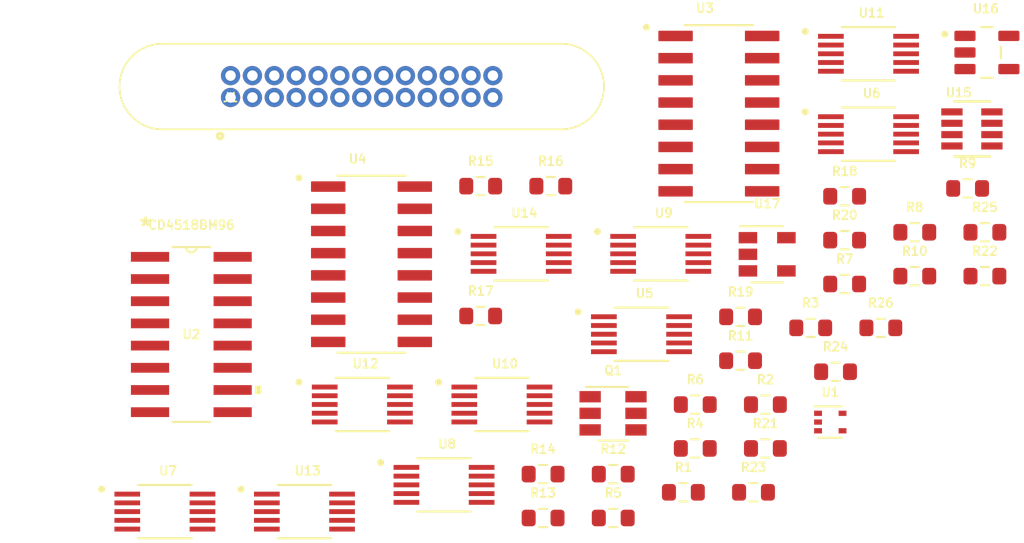
<source format=kicad_pcb>
(kicad_pcb (version 20171130) (host pcbnew "(5.1.10)-1")

  (general
    (thickness 1.6)
    (drawings 0)
    (tracks 0)
    (zones 0)
    (modules 45)
    (nets 96)
  )

  (page A4)
  (layers
    (0 F.Cu signal)
    (31 B.Cu signal)
    (32 B.Adhes user)
    (33 F.Adhes user)
    (34 B.Paste user)
    (35 F.Paste user)
    (36 B.SilkS user)
    (37 F.SilkS user)
    (38 B.Mask user)
    (39 F.Mask user)
    (40 Dwgs.User user)
    (41 Cmts.User user hide)
    (42 Eco1.User user)
    (43 Eco2.User user)
    (44 Edge.Cuts user)
    (45 Margin user)
    (46 B.CrtYd user)
    (47 F.CrtYd user)
    (48 B.Fab user hide)
    (49 F.Fab user hide)
  )

  (setup
    (last_trace_width 0.25)
    (trace_clearance 0.2)
    (zone_clearance 0.508)
    (zone_45_only no)
    (trace_min 0.2)
    (via_size 0.8)
    (via_drill 0.4)
    (via_min_size 0.4)
    (via_min_drill 0.3)
    (uvia_size 0.3)
    (uvia_drill 0.1)
    (uvias_allowed no)
    (uvia_min_size 0.2)
    (uvia_min_drill 0.1)
    (edge_width 0.05)
    (segment_width 0.2)
    (pcb_text_width 0.3)
    (pcb_text_size 1.5 1.5)
    (mod_edge_width 0.1)
    (mod_text_size 0.5 0.5)
    (mod_text_width 0.1)
    (pad_size 1.524 1.524)
    (pad_drill 0.762)
    (pad_to_mask_clearance 0)
    (aux_axis_origin 0 0)
    (visible_elements FFFFF77F)
    (pcbplotparams
      (layerselection 0x010fc_ffffffff)
      (usegerberextensions false)
      (usegerberattributes true)
      (usegerberadvancedattributes true)
      (creategerberjobfile true)
      (excludeedgelayer true)
      (linewidth 0.100000)
      (plotframeref false)
      (viasonmask false)
      (mode 1)
      (useauxorigin false)
      (hpglpennumber 1)
      (hpglpenspeed 20)
      (hpglpendiameter 15.000000)
      (psnegative false)
      (psa4output false)
      (plotreference true)
      (plotvalue true)
      (plotinvisibletext false)
      (padsonsilk false)
      (subtractmaskfromsilk false)
      (outputformat 1)
      (mirror false)
      (drillshape 1)
      (scaleselection 1)
      (outputdirectory ""))
  )

  (net 0 "")
  (net 1 "Net-(J1-Pad26)")
  (net 2 "Net-(J1-Pad25)")
  (net 3 "Net-(J1-Pad24)")
  (net 4 "Net-(J1-Pad23)")
  (net 5 "Net-(J1-Pad22)")
  (net 6 "Net-(J1-Pad21)")
  (net 7 "Net-(J1-Pad20)")
  (net 8 "Net-(J1-Pad19)")
  (net 9 "Net-(J1-Pad18)")
  (net 10 "Net-(J1-Pad17)")
  (net 11 "Net-(J1-Pad16)")
  (net 12 "Net-(J1-Pad15)")
  (net 13 "Net-(J1-Pad14)")
  (net 14 "Net-(J1-Pad13)")
  (net 15 "Net-(J1-Pad12)")
  (net 16 "Net-(J1-Pad11)")
  (net 17 "Net-(J1-Pad10)")
  (net 18 "Net-(J1-Pad9)")
  (net 19 "Net-(J1-Pad8)")
  (net 20 "Net-(J1-Pad7)")
  (net 21 "Net-(J1-Pad6)")
  (net 22 "Net-(J1-Pad5)")
  (net 23 "Net-(J1-Pad4)")
  (net 24 "Net-(J1-Pad3)")
  (net 25 "Net-(J1-Pad2)")
  (net 26 "Net-(J1-Pad1)")
  (net 27 "Net-(Q1-Pad3)")
  (net 28 GND)
  (net 29 "Net-(Q1-Pad4)")
  (net 30 +3V3)
  (net 31 "Net-(Q1-Pad1)")
  (net 32 "/Perovskite Switches/ENABLE_TEST_SOURCE")
  (net 33 "Net-(R4-Pad2)")
  (net 34 "Net-(R5-Pad2)")
  (net 35 "Net-(R6-Pad2)")
  (net 36 "Net-(R7-Pad2)")
  (net 37 "Net-(R8-Pad2)")
  (net 38 "Net-(R9-Pad2)")
  (net 39 "Net-(R10-Pad2)")
  (net 40 "Net-(R11-Pad2)")
  (net 41 "Net-(R12-Pad2)")
  (net 42 "Net-(R13-Pad2)")
  (net 43 "Net-(R14-Pad2)")
  (net 44 "Net-(R15-Pad2)")
  (net 45 "Net-(R16-Pad2)")
  (net 46 "Net-(R17-Pad2)")
  (net 47 "Net-(R18-Pad2)")
  (net 48 "Net-(R19-Pad2)")
  (net 49 "Net-(R20-Pad2)")
  (net 50 "Net-(R21-Pad2)")
  (net 51 "Net-(R22-Pad2)")
  (net 52 "Net-(R23-Pad2)")
  (net 53 "Net-(R24-Pad2)")
  (net 54 "Net-(R24-Pad1)")
  (net 55 "Net-(R25-Pad2)")
  (net 56 "/Perovskite Switches/V_PANEL")
  (net 57 "Net-(R26-Pad2)")
  (net 58 "Net-(U1-Pad4)")
  (net 59 "/Perovskite Switches/ENABLE_PANEL_SWITCH")
  (net 60 "Net-(U1-Pad1)")
  (net 61 "/Perovskite Switches/RESET_PANEL_SWITCH")
  (net 62 "Net-(U2-Pad14)")
  (net 63 "Net-(U2-Pad13)")
  (net 64 "Net-(U2-Pad12)")
  (net 65 "Net-(U2-Pad11)")
  (net 66 "/Perovskite Switches/10-19_CLOCK")
  (net 67 "Net-(U2-Pad6)")
  (net 68 "Net-(U2-Pad5)")
  (net 69 "Net-(U2-Pad4)")
  (net 70 "Net-(U2-Pad3)")
  (net 71 "/Perovskite Switches/0-9_CLOCK")
  (net 72 "Net-(U3-Pad15)")
  (net 73 "Net-(U3-Pad14)")
  (net 74 "Net-(U3-Pad9)")
  (net 75 "Net-(U3-Pad7)")
  (net 76 "Net-(U3-Pad6)")
  (net 77 "Net-(U3-Pad5)")
  (net 78 "Net-(U3-Pad4)")
  (net 79 "Net-(U3-Pad3)")
  (net 80 "Net-(U3-Pad2)")
  (net 81 "Net-(U3-Pad1)")
  (net 82 "Net-(U11-Pad1)")
  (net 83 "Net-(U10-Pad1)")
  (net 84 "Net-(U14-Pad5)")
  (net 85 "Net-(U13-Pad5)")
  (net 86 "Net-(U12-Pad1)")
  (net 87 "Net-(U14-Pad1)")
  (net 88 "Net-(U13-Pad1)")
  (net 89 "Net-(U10-Pad5)")
  (net 90 "Net-(U11-Pad5)")
  (net 91 "Net-(U12-Pad5)")
  (net 92 "Net-(U15-Pad6)")
  (net 93 "Net-(U15-Pad1)")
  (net 94 "/Perovskite Switches/I_PANEL_MEASURE")
  (net 95 "/Perovskite Switches/V_PANEL_MEASURE")

  (net_class Default "This is the default net class."
    (clearance 0.2)
    (trace_width 0.25)
    (via_dia 0.8)
    (via_drill 0.4)
    (uvia_dia 0.3)
    (uvia_drill 0.1)
    (add_net +3V3)
    (add_net "/Perovskite Switches/0-9_CLOCK")
    (add_net "/Perovskite Switches/10-19_CLOCK")
    (add_net "/Perovskite Switches/ENABLE_PANEL_SWITCH")
    (add_net "/Perovskite Switches/ENABLE_TEST_SOURCE")
    (add_net "/Perovskite Switches/I_PANEL_MEASURE")
    (add_net "/Perovskite Switches/RESET_PANEL_SWITCH")
    (add_net "/Perovskite Switches/V_PANEL")
    (add_net "/Perovskite Switches/V_PANEL_MEASURE")
    (add_net GND)
    (add_net "Net-(J1-Pad1)")
    (add_net "Net-(J1-Pad10)")
    (add_net "Net-(J1-Pad11)")
    (add_net "Net-(J1-Pad12)")
    (add_net "Net-(J1-Pad13)")
    (add_net "Net-(J1-Pad14)")
    (add_net "Net-(J1-Pad15)")
    (add_net "Net-(J1-Pad16)")
    (add_net "Net-(J1-Pad17)")
    (add_net "Net-(J1-Pad18)")
    (add_net "Net-(J1-Pad19)")
    (add_net "Net-(J1-Pad2)")
    (add_net "Net-(J1-Pad20)")
    (add_net "Net-(J1-Pad21)")
    (add_net "Net-(J1-Pad22)")
    (add_net "Net-(J1-Pad23)")
    (add_net "Net-(J1-Pad24)")
    (add_net "Net-(J1-Pad25)")
    (add_net "Net-(J1-Pad26)")
    (add_net "Net-(J1-Pad3)")
    (add_net "Net-(J1-Pad4)")
    (add_net "Net-(J1-Pad5)")
    (add_net "Net-(J1-Pad6)")
    (add_net "Net-(J1-Pad7)")
    (add_net "Net-(J1-Pad8)")
    (add_net "Net-(J1-Pad9)")
    (add_net "Net-(Q1-Pad1)")
    (add_net "Net-(Q1-Pad3)")
    (add_net "Net-(Q1-Pad4)")
    (add_net "Net-(R10-Pad2)")
    (add_net "Net-(R11-Pad2)")
    (add_net "Net-(R12-Pad2)")
    (add_net "Net-(R13-Pad2)")
    (add_net "Net-(R14-Pad2)")
    (add_net "Net-(R15-Pad2)")
    (add_net "Net-(R16-Pad2)")
    (add_net "Net-(R17-Pad2)")
    (add_net "Net-(R18-Pad2)")
    (add_net "Net-(R19-Pad2)")
    (add_net "Net-(R20-Pad2)")
    (add_net "Net-(R21-Pad2)")
    (add_net "Net-(R22-Pad2)")
    (add_net "Net-(R23-Pad2)")
    (add_net "Net-(R24-Pad1)")
    (add_net "Net-(R24-Pad2)")
    (add_net "Net-(R25-Pad2)")
    (add_net "Net-(R26-Pad2)")
    (add_net "Net-(R4-Pad2)")
    (add_net "Net-(R5-Pad2)")
    (add_net "Net-(R6-Pad2)")
    (add_net "Net-(R7-Pad2)")
    (add_net "Net-(R8-Pad2)")
    (add_net "Net-(R9-Pad2)")
    (add_net "Net-(U1-Pad1)")
    (add_net "Net-(U1-Pad4)")
    (add_net "Net-(U10-Pad1)")
    (add_net "Net-(U10-Pad5)")
    (add_net "Net-(U11-Pad1)")
    (add_net "Net-(U11-Pad5)")
    (add_net "Net-(U12-Pad1)")
    (add_net "Net-(U12-Pad5)")
    (add_net "Net-(U13-Pad1)")
    (add_net "Net-(U13-Pad5)")
    (add_net "Net-(U14-Pad1)")
    (add_net "Net-(U14-Pad5)")
    (add_net "Net-(U15-Pad1)")
    (add_net "Net-(U15-Pad6)")
    (add_net "Net-(U2-Pad11)")
    (add_net "Net-(U2-Pad12)")
    (add_net "Net-(U2-Pad13)")
    (add_net "Net-(U2-Pad14)")
    (add_net "Net-(U2-Pad3)")
    (add_net "Net-(U2-Pad4)")
    (add_net "Net-(U2-Pad5)")
    (add_net "Net-(U2-Pad6)")
    (add_net "Net-(U3-Pad1)")
    (add_net "Net-(U3-Pad14)")
    (add_net "Net-(U3-Pad15)")
    (add_net "Net-(U3-Pad2)")
    (add_net "Net-(U3-Pad3)")
    (add_net "Net-(U3-Pad4)")
    (add_net "Net-(U3-Pad5)")
    (add_net "Net-(U3-Pad6)")
    (add_net "Net-(U3-Pad7)")
    (add_net "Net-(U3-Pad9)")
  )

  (module Package_TO_SOT_SMD:SOT-23-5 (layer F.Cu) (tedit 5A02FF57) (tstamp 63202FC3)
    (at 172.8565 97.1765)
    (descr "5-pin SOT23 package")
    (tags SOT-23-5)
    (path /6313FC31/6313F251)
    (attr smd)
    (fp_text reference U17 (at 0 -2.9) (layer F.SilkS)
      (effects (font (size 0.5 0.5) (thickness 0.1)))
    )
    (fp_text value MCP6401RT-xOT (at 0 2.9) (layer F.Fab)
      (effects (font (size 1 1) (thickness 0.15)))
    )
    (fp_text user %R (at 0 0 90) (layer F.Fab)
      (effects (font (size 0.5 0.5) (thickness 0.075)))
    )
    (fp_line (start -0.9 1.61) (end 0.9 1.61) (layer F.SilkS) (width 0.12))
    (fp_line (start 0.9 -1.61) (end -1.55 -1.61) (layer F.SilkS) (width 0.12))
    (fp_line (start -1.9 -1.8) (end 1.9 -1.8) (layer F.CrtYd) (width 0.05))
    (fp_line (start 1.9 -1.8) (end 1.9 1.8) (layer F.CrtYd) (width 0.05))
    (fp_line (start 1.9 1.8) (end -1.9 1.8) (layer F.CrtYd) (width 0.05))
    (fp_line (start -1.9 1.8) (end -1.9 -1.8) (layer F.CrtYd) (width 0.05))
    (fp_line (start -0.9 -0.9) (end -0.25 -1.55) (layer F.Fab) (width 0.1))
    (fp_line (start 0.9 -1.55) (end -0.25 -1.55) (layer F.Fab) (width 0.1))
    (fp_line (start -0.9 -0.9) (end -0.9 1.55) (layer F.Fab) (width 0.1))
    (fp_line (start 0.9 1.55) (end -0.9 1.55) (layer F.Fab) (width 0.1))
    (fp_line (start 0.9 -1.55) (end 0.9 1.55) (layer F.Fab) (width 0.1))
    (pad 5 smd rect (at 1.1 -0.95) (size 1.06 0.65) (layers F.Cu F.Paste F.Mask)
      (net 28 GND))
    (pad 4 smd rect (at 1.1 0.95) (size 1.06 0.65) (layers F.Cu F.Paste F.Mask)
      (net 95 "/Perovskite Switches/V_PANEL_MEASURE"))
    (pad 3 smd rect (at -1.1 0.95) (size 1.06 0.65) (layers F.Cu F.Paste F.Mask)
      (net 56 "/Perovskite Switches/V_PANEL"))
    (pad 2 smd rect (at -1.1 0) (size 1.06 0.65) (layers F.Cu F.Paste F.Mask)
      (net 30 +3V3))
    (pad 1 smd rect (at -1.1 -0.95) (size 1.06 0.65) (layers F.Cu F.Paste F.Mask)
      (net 95 "/Perovskite Switches/V_PANEL_MEASURE"))
    (model ${KISYS3DMOD}/Package_TO_SOT_SMD.3dshapes/SOT-23-5.wrl
      (at (xyz 0 0 0))
      (scale (xyz 1 1 1))
      (rotate (xyz 0 0 0))
    )
  )

  (module INA180B2IDBVT:SOT95P280X145-5N (layer F.Cu) (tedit 631127DA) (tstamp 63202FAE)
    (at 185.4215 85.6265)
    (path /6313FC31/631325DF)
    (fp_text reference U16 (at -0.06 -2.508) (layer F.SilkS)
      (effects (font (size 0.5 0.5) (thickness 0.1)))
    )
    (fp_text value INA180B2IDBVT (at 5.528 2.508) (layer F.Fab)
      (effects (font (size 0.8 0.8) (thickness 0.15)))
    )
    (fp_circle (center -2.41 -1.05) (end -2.31 -1.05) (layer F.SilkS) (width 0.2))
    (fp_circle (center -2.41 -1.05) (end -2.31 -1.05) (layer F.Fab) (width 0.2))
    (fp_line (start -0.33 -1.45) (end 0.33 -1.45) (layer F.SilkS) (width 0.127))
    (fp_line (start 0.8 -0.335) (end 0.8 0.335) (layer F.SilkS) (width 0.127))
    (fp_line (start 0.33 1.45) (end -0.33 1.45) (layer F.SilkS) (width 0.127))
    (fp_line (start -0.8 1.45) (end -0.8 -1.45) (layer F.Fab) (width 0.127))
    (fp_line (start 0.8 -1.45) (end 0.8 1.45) (layer F.Fab) (width 0.127))
    (fp_line (start -0.8 -1.45) (end 0.8 -1.45) (layer F.Fab) (width 0.127))
    (fp_line (start 0.8 1.45) (end -0.8 1.45) (layer F.Fab) (width 0.127))
    (fp_line (start -2.11 -1.7) (end 2.11 -1.7) (layer F.CrtYd) (width 0.05))
    (fp_line (start 2.11 -1.7) (end 2.11 1.7) (layer F.CrtYd) (width 0.05))
    (fp_line (start 2.11 1.7) (end -2.11 1.7) (layer F.CrtYd) (width 0.05))
    (fp_line (start -2.11 1.7) (end -2.11 -1.7) (layer F.CrtYd) (width 0.05))
    (pad 5 smd roundrect (at 1.255 -0.95) (size 1.21 0.59) (layers F.Cu F.Paste F.Mask) (roundrect_rratio 0.15)
      (net 30 +3V3))
    (pad 4 smd roundrect (at 1.255 0.95) (size 1.21 0.59) (layers F.Cu F.Paste F.Mask) (roundrect_rratio 0.15)
      (net 94 "/Perovskite Switches/I_PANEL_MEASURE"))
    (pad 3 smd roundrect (at -1.255 0.95) (size 1.21 0.59) (layers F.Cu F.Paste F.Mask) (roundrect_rratio 0.15)
      (net 56 "/Perovskite Switches/V_PANEL"))
    (pad 2 smd roundrect (at -1.255 0) (size 1.21 0.59) (layers F.Cu F.Paste F.Mask) (roundrect_rratio 0.15)
      (net 28 GND))
    (pad 1 smd roundrect (at -1.255 -0.95) (size 1.21 0.59) (layers F.Cu F.Paste F.Mask) (roundrect_rratio 0.15)
      (net 55 "Net-(R25-Pad2)"))
  )

  (module LT3092ETS8TRPBF:TSOT-23_TS8 (layer F.Cu) (tedit 630FEB07) (tstamp 63202F98)
    (at 184.564099 90.0025)
    (path /6313FC31/643BAB4D)
    (fp_text reference U15 (at -0.7526 -2.0782) (layer F.SilkS)
      (effects (font (size 0.5 0.5) (thickness 0.1)))
    )
    (fp_text value LT3092ETS8TRPBF (at 0.4474 2.0782) (layer F.Fab)
      (effects (font (size 0.314961 0.314961) (thickness 0.15)))
    )
    (fp_arc (start 0 -1.4478) (end -0.3048 -1.4478) (angle -180) (layer F.Fab) (width 0.1524))
    (fp_line (start -0.8636 -0.7874) (end -0.8636 -1.143) (layer F.Fab) (width 0.1524))
    (fp_line (start -0.8636 -1.143) (end -1.397 -1.143) (layer F.Fab) (width 0.1524))
    (fp_line (start -1.397 -1.143) (end -1.397 -0.7874) (layer F.Fab) (width 0.1524))
    (fp_line (start -1.397 -0.7874) (end -0.8636 -0.7874) (layer F.Fab) (width 0.1524))
    (fp_line (start -0.8636 -0.1524) (end -0.8636 -0.508) (layer F.Fab) (width 0.1524))
    (fp_line (start -0.8636 -0.508) (end -1.397 -0.508) (layer F.Fab) (width 0.1524))
    (fp_line (start -1.397 -0.508) (end -1.397 -0.1524) (layer F.Fab) (width 0.1524))
    (fp_line (start -1.397 -0.1524) (end -0.8636 -0.1524) (layer F.Fab) (width 0.1524))
    (fp_line (start -0.8636 0.508) (end -0.8636 0.1524) (layer F.Fab) (width 0.1524))
    (fp_line (start -0.8636 0.1524) (end -1.397 0.1524) (layer F.Fab) (width 0.1524))
    (fp_line (start -1.397 0.1524) (end -1.397 0.508) (layer F.Fab) (width 0.1524))
    (fp_line (start -1.397 0.508) (end -0.8636 0.508) (layer F.Fab) (width 0.1524))
    (fp_line (start -0.8636 1.143) (end -0.8636 0.7874) (layer F.Fab) (width 0.1524))
    (fp_line (start -0.8636 0.7874) (end -1.397 0.7874) (layer F.Fab) (width 0.1524))
    (fp_line (start -1.397 0.7874) (end -1.397 1.143) (layer F.Fab) (width 0.1524))
    (fp_line (start -1.397 1.143) (end -0.8636 1.143) (layer F.Fab) (width 0.1524))
    (fp_line (start 0.8636 0.7874) (end 0.8636 1.143) (layer F.Fab) (width 0.1524))
    (fp_line (start 0.8636 1.143) (end 1.397 1.143) (layer F.Fab) (width 0.1524))
    (fp_line (start 1.397 1.143) (end 1.397 0.7874) (layer F.Fab) (width 0.1524))
    (fp_line (start 1.397 0.7874) (end 0.8636 0.7874) (layer F.Fab) (width 0.1524))
    (fp_line (start 0.8636 0.1524) (end 0.8636 0.508) (layer F.Fab) (width 0.1524))
    (fp_line (start 0.8636 0.508) (end 1.397 0.508) (layer F.Fab) (width 0.1524))
    (fp_line (start 1.397 0.508) (end 1.397 0.1524) (layer F.Fab) (width 0.1524))
    (fp_line (start 1.397 0.1524) (end 0.8636 0.1524) (layer F.Fab) (width 0.1524))
    (fp_line (start 0.8636 -0.508) (end 0.8636 -0.1524) (layer F.Fab) (width 0.1524))
    (fp_line (start 0.8636 -0.1524) (end 1.397 -0.1524) (layer F.Fab) (width 0.1524))
    (fp_line (start 1.397 -0.1524) (end 1.397 -0.508) (layer F.Fab) (width 0.1524))
    (fp_line (start 1.397 -0.508) (end 0.8636 -0.508) (layer F.Fab) (width 0.1524))
    (fp_line (start 0.8636 -1.143) (end 0.8636 -0.7874) (layer F.Fab) (width 0.1524))
    (fp_line (start 0.8636 -0.7874) (end 1.397 -0.7874) (layer F.Fab) (width 0.1524))
    (fp_line (start 1.397 -0.7874) (end 1.397 -1.143) (layer F.Fab) (width 0.1524))
    (fp_line (start 1.397 -1.143) (end 0.8636 -1.143) (layer F.Fab) (width 0.1524))
    (fp_line (start -0.8636 1.4478) (end 0.8636 1.4478) (layer F.Fab) (width 0.1524))
    (fp_line (start 0.8636 1.4478) (end 0.8636 -1.4478) (layer F.Fab) (width 0.1524))
    (fp_line (start 0.8636 -1.4478) (end 0.3048 -1.4478) (layer F.Fab) (width 0.1524))
    (fp_line (start 0.3048 -1.4478) (end -0.3048 -1.4478) (layer F.Fab) (width 0.1524))
    (fp_line (start -0.3048 -1.4478) (end -0.8636 -1.4478) (layer F.Fab) (width 0.1524))
    (fp_line (start -0.8636 -1.4478) (end -0.8636 1.4478) (layer F.Fab) (width 0.1524))
    (fp_line (start -1.016 1.5748) (end 1.016 1.5748) (layer F.SilkS) (width 0.1524))
    (fp_line (start 1.016 -1.5748) (end -1.016 -1.5748) (layer F.SilkS) (width 0.1524))
    (pad 8 smd rect (at 1.143 -0.975) (size 1.2192 0.4064) (layers F.Cu F.Paste F.Mask)
      (net 29 "Net-(Q1-Pad4)"))
    (pad 7 smd rect (at 1.143 -0.325) (size 1.2192 0.4064) (layers F.Cu F.Paste F.Mask)
      (net 29 "Net-(Q1-Pad4)"))
    (pad 6 smd rect (at 1.143 0.325) (size 1.2192 0.4064) (layers F.Cu F.Paste F.Mask)
      (net 92 "Net-(U15-Pad6)"))
    (pad 5 smd rect (at 1.143 0.975) (size 1.2192 0.4064) (layers F.Cu F.Paste F.Mask)
      (net 53 "Net-(R24-Pad2)"))
    (pad 4 smd rect (at -1.143 0.975) (size 1.2192 0.4064) (layers F.Cu F.Paste F.Mask)
      (net 57 "Net-(R26-Pad2)"))
    (pad 3 smd rect (at -1.143 0.325) (size 1.2192 0.4064) (layers F.Cu F.Paste F.Mask)
      (net 57 "Net-(R26-Pad2)"))
    (pad 2 smd rect (at -1.143 -0.325) (size 1.2192 0.4064) (layers F.Cu F.Paste F.Mask)
      (net 57 "Net-(R26-Pad2)"))
    (pad 1 smd rect (at -1.143 -0.975) (size 1.2192 0.4064) (layers F.Cu F.Paste F.Mask)
      (net 93 "Net-(U15-Pad1)"))
  )

  (module MAX4736EUBT:SOP50P490X110-10N (layer F.Cu) (tedit 631246C5) (tstamp 63202F63)
    (at 158.7915 97.1515)
    (path /6313FC31/631F70E6)
    (fp_text reference U14 (at 0.18 -2.337) (layer F.SilkS)
      (effects (font (size 0.5 0.5) (thickness 0.1)))
    )
    (fp_text value MAX4736EUBT (at 7.8 2.337) (layer F.Fab)
      (effects (font (size 1 1) (thickness 0.15)))
    )
    (fp_circle (center -3.62 -1.28) (end -3.52 -1.28) (layer F.SilkS) (width 0.2))
    (fp_circle (center -3.62 -1.28) (end -3.52 -1.28) (layer F.Fab) (width 0.2))
    (fp_line (start -1.525 -1.525) (end 1.525 -1.525) (layer F.Fab) (width 0.127))
    (fp_line (start -1.525 1.525) (end 1.525 1.525) (layer F.Fab) (width 0.127))
    (fp_line (start -1.525 -1.525) (end 1.525 -1.525) (layer F.SilkS) (width 0.127))
    (fp_line (start -1.525 1.525) (end 1.525 1.525) (layer F.SilkS) (width 0.127))
    (fp_line (start -1.525 -1.525) (end -1.525 1.525) (layer F.Fab) (width 0.127))
    (fp_line (start 1.525 -1.525) (end 1.525 1.525) (layer F.Fab) (width 0.127))
    (fp_line (start -3.135 -1.775) (end 3.135 -1.775) (layer F.CrtYd) (width 0.05))
    (fp_line (start -3.135 1.775) (end 3.135 1.775) (layer F.CrtYd) (width 0.05))
    (fp_line (start -3.135 -1.775) (end -3.135 1.775) (layer F.CrtYd) (width 0.05))
    (fp_line (start 3.135 -1.775) (end 3.135 1.775) (layer F.CrtYd) (width 0.05))
    (pad 10 smd roundrect (at 2.15 -1) (size 1.47 0.28) (layers F.Cu F.Paste F.Mask) (roundrect_rratio 0.04)
      (net 13 "Net-(J1-Pad14)"))
    (pad 9 smd roundrect (at 2.15 -0.5) (size 1.47 0.28) (layers F.Cu F.Paste F.Mask) (roundrect_rratio 0.04)
      (net 51 "Net-(R22-Pad2)"))
    (pad 8 smd roundrect (at 2.15 0) (size 1.47 0.28) (layers F.Cu F.Paste F.Mask) (roundrect_rratio 0.04)
      (net 30 +3V3))
    (pad 7 smd roundrect (at 2.15 0.5) (size 1.47 0.28) (layers F.Cu F.Paste F.Mask) (roundrect_rratio 0.04)
      (net 52 "Net-(R23-Pad2)"))
    (pad 6 smd roundrect (at 2.15 1) (size 1.47 0.28) (layers F.Cu F.Paste F.Mask) (roundrect_rratio 0.04)
      (net 54 "Net-(R24-Pad1)"))
    (pad 5 smd roundrect (at -2.15 1) (size 1.47 0.28) (layers F.Cu F.Paste F.Mask) (roundrect_rratio 0.04)
      (net 84 "Net-(U14-Pad5)"))
    (pad 4 smd roundrect (at -2.15 0.5) (size 1.47 0.28) (layers F.Cu F.Paste F.Mask) (roundrect_rratio 0.04)
      (net 55 "Net-(R25-Pad2)"))
    (pad 3 smd roundrect (at -2.15 0) (size 1.47 0.28) (layers F.Cu F.Paste F.Mask) (roundrect_rratio 0.04)
      (net 28 GND))
    (pad 2 smd roundrect (at -2.15 -0.5) (size 1.47 0.28) (layers F.Cu F.Paste F.Mask) (roundrect_rratio 0.04)
      (net 55 "Net-(R25-Pad2)"))
    (pad 1 smd roundrect (at -2.15 -1) (size 1.47 0.28) (layers F.Cu F.Paste F.Mask) (roundrect_rratio 0.04)
      (net 87 "Net-(U14-Pad1)"))
  )

  (module MAX4736EUBT:SOP50P490X110-10N (layer F.Cu) (tedit 631246C5) (tstamp 63202F49)
    (at 146.4015 111.9015)
    (path /6313FC31/631ECAFB)
    (fp_text reference U13 (at 0.18 -2.337) (layer F.SilkS)
      (effects (font (size 0.5 0.5) (thickness 0.1)))
    )
    (fp_text value MAX4736EUBT (at 7.8 2.337) (layer F.Fab)
      (effects (font (size 1 1) (thickness 0.15)))
    )
    (fp_circle (center -3.62 -1.28) (end -3.52 -1.28) (layer F.SilkS) (width 0.2))
    (fp_circle (center -3.62 -1.28) (end -3.52 -1.28) (layer F.Fab) (width 0.2))
    (fp_line (start -1.525 -1.525) (end 1.525 -1.525) (layer F.Fab) (width 0.127))
    (fp_line (start -1.525 1.525) (end 1.525 1.525) (layer F.Fab) (width 0.127))
    (fp_line (start -1.525 -1.525) (end 1.525 -1.525) (layer F.SilkS) (width 0.127))
    (fp_line (start -1.525 1.525) (end 1.525 1.525) (layer F.SilkS) (width 0.127))
    (fp_line (start -1.525 -1.525) (end -1.525 1.525) (layer F.Fab) (width 0.127))
    (fp_line (start 1.525 -1.525) (end 1.525 1.525) (layer F.Fab) (width 0.127))
    (fp_line (start -3.135 -1.775) (end 3.135 -1.775) (layer F.CrtYd) (width 0.05))
    (fp_line (start -3.135 1.775) (end 3.135 1.775) (layer F.CrtYd) (width 0.05))
    (fp_line (start -3.135 -1.775) (end -3.135 1.775) (layer F.CrtYd) (width 0.05))
    (fp_line (start 3.135 -1.775) (end 3.135 1.775) (layer F.CrtYd) (width 0.05))
    (pad 10 smd roundrect (at 2.15 -1) (size 1.47 0.28) (layers F.Cu F.Paste F.Mask) (roundrect_rratio 0.04)
      (net 11 "Net-(J1-Pad16)"))
    (pad 9 smd roundrect (at 2.15 -0.5) (size 1.47 0.28) (layers F.Cu F.Paste F.Mask) (roundrect_rratio 0.04)
      (net 49 "Net-(R20-Pad2)"))
    (pad 8 smd roundrect (at 2.15 0) (size 1.47 0.28) (layers F.Cu F.Paste F.Mask) (roundrect_rratio 0.04)
      (net 30 +3V3))
    (pad 7 smd roundrect (at 2.15 0.5) (size 1.47 0.28) (layers F.Cu F.Paste F.Mask) (roundrect_rratio 0.04)
      (net 50 "Net-(R21-Pad2)"))
    (pad 6 smd roundrect (at 2.15 1) (size 1.47 0.28) (layers F.Cu F.Paste F.Mask) (roundrect_rratio 0.04)
      (net 12 "Net-(J1-Pad15)"))
    (pad 5 smd roundrect (at -2.15 1) (size 1.47 0.28) (layers F.Cu F.Paste F.Mask) (roundrect_rratio 0.04)
      (net 85 "Net-(U13-Pad5)"))
    (pad 4 smd roundrect (at -2.15 0.5) (size 1.47 0.28) (layers F.Cu F.Paste F.Mask) (roundrect_rratio 0.04)
      (net 55 "Net-(R25-Pad2)"))
    (pad 3 smd roundrect (at -2.15 0) (size 1.47 0.28) (layers F.Cu F.Paste F.Mask) (roundrect_rratio 0.04)
      (net 28 GND))
    (pad 2 smd roundrect (at -2.15 -0.5) (size 1.47 0.28) (layers F.Cu F.Paste F.Mask) (roundrect_rratio 0.04)
      (net 55 "Net-(R25-Pad2)"))
    (pad 1 smd roundrect (at -2.15 -1) (size 1.47 0.28) (layers F.Cu F.Paste F.Mask) (roundrect_rratio 0.04)
      (net 88 "Net-(U13-Pad1)"))
  )

  (module MAX4736EUBT:SOP50P490X110-10N (layer F.Cu) (tedit 631246C5) (tstamp 63202F2F)
    (at 149.7115 105.7715)
    (path /6313FC31/631ECAF5)
    (fp_text reference U12 (at 0.18 -2.337) (layer F.SilkS)
      (effects (font (size 0.5 0.5) (thickness 0.1)))
    )
    (fp_text value MAX4736EUBT (at 7.8 2.337) (layer F.Fab)
      (effects (font (size 1 1) (thickness 0.15)))
    )
    (fp_circle (center -3.62 -1.28) (end -3.52 -1.28) (layer F.SilkS) (width 0.2))
    (fp_circle (center -3.62 -1.28) (end -3.52 -1.28) (layer F.Fab) (width 0.2))
    (fp_line (start -1.525 -1.525) (end 1.525 -1.525) (layer F.Fab) (width 0.127))
    (fp_line (start -1.525 1.525) (end 1.525 1.525) (layer F.Fab) (width 0.127))
    (fp_line (start -1.525 -1.525) (end 1.525 -1.525) (layer F.SilkS) (width 0.127))
    (fp_line (start -1.525 1.525) (end 1.525 1.525) (layer F.SilkS) (width 0.127))
    (fp_line (start -1.525 -1.525) (end -1.525 1.525) (layer F.Fab) (width 0.127))
    (fp_line (start 1.525 -1.525) (end 1.525 1.525) (layer F.Fab) (width 0.127))
    (fp_line (start -3.135 -1.775) (end 3.135 -1.775) (layer F.CrtYd) (width 0.05))
    (fp_line (start -3.135 1.775) (end 3.135 1.775) (layer F.CrtYd) (width 0.05))
    (fp_line (start -3.135 -1.775) (end -3.135 1.775) (layer F.CrtYd) (width 0.05))
    (fp_line (start 3.135 -1.775) (end 3.135 1.775) (layer F.CrtYd) (width 0.05))
    (pad 10 smd roundrect (at 2.15 -1) (size 1.47 0.28) (layers F.Cu F.Paste F.Mask) (roundrect_rratio 0.04)
      (net 9 "Net-(J1-Pad18)"))
    (pad 9 smd roundrect (at 2.15 -0.5) (size 1.47 0.28) (layers F.Cu F.Paste F.Mask) (roundrect_rratio 0.04)
      (net 47 "Net-(R18-Pad2)"))
    (pad 8 smd roundrect (at 2.15 0) (size 1.47 0.28) (layers F.Cu F.Paste F.Mask) (roundrect_rratio 0.04)
      (net 30 +3V3))
    (pad 7 smd roundrect (at 2.15 0.5) (size 1.47 0.28) (layers F.Cu F.Paste F.Mask) (roundrect_rratio 0.04)
      (net 48 "Net-(R19-Pad2)"))
    (pad 6 smd roundrect (at 2.15 1) (size 1.47 0.28) (layers F.Cu F.Paste F.Mask) (roundrect_rratio 0.04)
      (net 10 "Net-(J1-Pad17)"))
    (pad 5 smd roundrect (at -2.15 1) (size 1.47 0.28) (layers F.Cu F.Paste F.Mask) (roundrect_rratio 0.04)
      (net 91 "Net-(U12-Pad5)"))
    (pad 4 smd roundrect (at -2.15 0.5) (size 1.47 0.28) (layers F.Cu F.Paste F.Mask) (roundrect_rratio 0.04)
      (net 55 "Net-(R25-Pad2)"))
    (pad 3 smd roundrect (at -2.15 0) (size 1.47 0.28) (layers F.Cu F.Paste F.Mask) (roundrect_rratio 0.04)
      (net 28 GND))
    (pad 2 smd roundrect (at -2.15 -0.5) (size 1.47 0.28) (layers F.Cu F.Paste F.Mask) (roundrect_rratio 0.04)
      (net 55 "Net-(R25-Pad2)"))
    (pad 1 smd roundrect (at -2.15 -1) (size 1.47 0.28) (layers F.Cu F.Paste F.Mask) (roundrect_rratio 0.04)
      (net 86 "Net-(U12-Pad1)"))
  )

  (module MAX4736EUBT:SOP50P490X110-10N (layer F.Cu) (tedit 631246C5) (tstamp 63202F15)
    (at 178.6515 85.7015)
    (path /6313FC31/631ECAEF)
    (fp_text reference U11 (at 0.18 -2.337) (layer F.SilkS)
      (effects (font (size 0.5 0.5) (thickness 0.1)))
    )
    (fp_text value MAX4736EUBT (at 7.8 2.337) (layer F.Fab)
      (effects (font (size 1 1) (thickness 0.15)))
    )
    (fp_circle (center -3.62 -1.28) (end -3.52 -1.28) (layer F.SilkS) (width 0.2))
    (fp_circle (center -3.62 -1.28) (end -3.52 -1.28) (layer F.Fab) (width 0.2))
    (fp_line (start -1.525 -1.525) (end 1.525 -1.525) (layer F.Fab) (width 0.127))
    (fp_line (start -1.525 1.525) (end 1.525 1.525) (layer F.Fab) (width 0.127))
    (fp_line (start -1.525 -1.525) (end 1.525 -1.525) (layer F.SilkS) (width 0.127))
    (fp_line (start -1.525 1.525) (end 1.525 1.525) (layer F.SilkS) (width 0.127))
    (fp_line (start -1.525 -1.525) (end -1.525 1.525) (layer F.Fab) (width 0.127))
    (fp_line (start 1.525 -1.525) (end 1.525 1.525) (layer F.Fab) (width 0.127))
    (fp_line (start -3.135 -1.775) (end 3.135 -1.775) (layer F.CrtYd) (width 0.05))
    (fp_line (start -3.135 1.775) (end 3.135 1.775) (layer F.CrtYd) (width 0.05))
    (fp_line (start -3.135 -1.775) (end -3.135 1.775) (layer F.CrtYd) (width 0.05))
    (fp_line (start 3.135 -1.775) (end 3.135 1.775) (layer F.CrtYd) (width 0.05))
    (pad 10 smd roundrect (at 2.15 -1) (size 1.47 0.28) (layers F.Cu F.Paste F.Mask) (roundrect_rratio 0.04)
      (net 14 "Net-(J1-Pad13)"))
    (pad 9 smd roundrect (at 2.15 -0.5) (size 1.47 0.28) (layers F.Cu F.Paste F.Mask) (roundrect_rratio 0.04)
      (net 45 "Net-(R16-Pad2)"))
    (pad 8 smd roundrect (at 2.15 0) (size 1.47 0.28) (layers F.Cu F.Paste F.Mask) (roundrect_rratio 0.04)
      (net 30 +3V3))
    (pad 7 smd roundrect (at 2.15 0.5) (size 1.47 0.28) (layers F.Cu F.Paste F.Mask) (roundrect_rratio 0.04)
      (net 46 "Net-(R17-Pad2)"))
    (pad 6 smd roundrect (at 2.15 1) (size 1.47 0.28) (layers F.Cu F.Paste F.Mask) (roundrect_rratio 0.04)
      (net 8 "Net-(J1-Pad19)"))
    (pad 5 smd roundrect (at -2.15 1) (size 1.47 0.28) (layers F.Cu F.Paste F.Mask) (roundrect_rratio 0.04)
      (net 90 "Net-(U11-Pad5)"))
    (pad 4 smd roundrect (at -2.15 0.5) (size 1.47 0.28) (layers F.Cu F.Paste F.Mask) (roundrect_rratio 0.04)
      (net 55 "Net-(R25-Pad2)"))
    (pad 3 smd roundrect (at -2.15 0) (size 1.47 0.28) (layers F.Cu F.Paste F.Mask) (roundrect_rratio 0.04)
      (net 28 GND))
    (pad 2 smd roundrect (at -2.15 -0.5) (size 1.47 0.28) (layers F.Cu F.Paste F.Mask) (roundrect_rratio 0.04)
      (net 55 "Net-(R25-Pad2)"))
    (pad 1 smd roundrect (at -2.15 -1) (size 1.47 0.28) (layers F.Cu F.Paste F.Mask) (roundrect_rratio 0.04)
      (net 82 "Net-(U11-Pad1)"))
  )

  (module MAX4736EUBT:SOP50P490X110-10N (layer F.Cu) (tedit 631246C5) (tstamp 63202EFB)
    (at 157.6915 105.7715)
    (path /6313FC31/631E361A)
    (fp_text reference U10 (at 0.18 -2.337) (layer F.SilkS)
      (effects (font (size 0.5 0.5) (thickness 0.1)))
    )
    (fp_text value MAX4736EUBT (at 7.8 2.337) (layer F.Fab)
      (effects (font (size 1 1) (thickness 0.15)))
    )
    (fp_circle (center -3.62 -1.28) (end -3.52 -1.28) (layer F.SilkS) (width 0.2))
    (fp_circle (center -3.62 -1.28) (end -3.52 -1.28) (layer F.Fab) (width 0.2))
    (fp_line (start -1.525 -1.525) (end 1.525 -1.525) (layer F.Fab) (width 0.127))
    (fp_line (start -1.525 1.525) (end 1.525 1.525) (layer F.Fab) (width 0.127))
    (fp_line (start -1.525 -1.525) (end 1.525 -1.525) (layer F.SilkS) (width 0.127))
    (fp_line (start -1.525 1.525) (end 1.525 1.525) (layer F.SilkS) (width 0.127))
    (fp_line (start -1.525 -1.525) (end -1.525 1.525) (layer F.Fab) (width 0.127))
    (fp_line (start 1.525 -1.525) (end 1.525 1.525) (layer F.Fab) (width 0.127))
    (fp_line (start -3.135 -1.775) (end 3.135 -1.775) (layer F.CrtYd) (width 0.05))
    (fp_line (start -3.135 1.775) (end 3.135 1.775) (layer F.CrtYd) (width 0.05))
    (fp_line (start -3.135 -1.775) (end -3.135 1.775) (layer F.CrtYd) (width 0.05))
    (fp_line (start 3.135 -1.775) (end 3.135 1.775) (layer F.CrtYd) (width 0.05))
    (pad 10 smd roundrect (at 2.15 -1) (size 1.47 0.28) (layers F.Cu F.Paste F.Mask) (roundrect_rratio 0.04)
      (net 16 "Net-(J1-Pad11)"))
    (pad 9 smd roundrect (at 2.15 -0.5) (size 1.47 0.28) (layers F.Cu F.Paste F.Mask) (roundrect_rratio 0.04)
      (net 43 "Net-(R14-Pad2)"))
    (pad 8 smd roundrect (at 2.15 0) (size 1.47 0.28) (layers F.Cu F.Paste F.Mask) (roundrect_rratio 0.04)
      (net 30 +3V3))
    (pad 7 smd roundrect (at 2.15 0.5) (size 1.47 0.28) (layers F.Cu F.Paste F.Mask) (roundrect_rratio 0.04)
      (net 44 "Net-(R15-Pad2)"))
    (pad 6 smd roundrect (at 2.15 1) (size 1.47 0.28) (layers F.Cu F.Paste F.Mask) (roundrect_rratio 0.04)
      (net 15 "Net-(J1-Pad12)"))
    (pad 5 smd roundrect (at -2.15 1) (size 1.47 0.28) (layers F.Cu F.Paste F.Mask) (roundrect_rratio 0.04)
      (net 89 "Net-(U10-Pad5)"))
    (pad 4 smd roundrect (at -2.15 0.5) (size 1.47 0.28) (layers F.Cu F.Paste F.Mask) (roundrect_rratio 0.04)
      (net 55 "Net-(R25-Pad2)"))
    (pad 3 smd roundrect (at -2.15 0) (size 1.47 0.28) (layers F.Cu F.Paste F.Mask) (roundrect_rratio 0.04)
      (net 28 GND))
    (pad 2 smd roundrect (at -2.15 -0.5) (size 1.47 0.28) (layers F.Cu F.Paste F.Mask) (roundrect_rratio 0.04)
      (net 55 "Net-(R25-Pad2)"))
    (pad 1 smd roundrect (at -2.15 -1) (size 1.47 0.28) (layers F.Cu F.Paste F.Mask) (roundrect_rratio 0.04)
      (net 83 "Net-(U10-Pad1)"))
  )

  (module MAX4736EUBT:SOP50P490X110-10N (layer F.Cu) (tedit 631246C5) (tstamp 63202EE1)
    (at 166.7715 97.1515)
    (path /6313FC31/631E3614)
    (fp_text reference U9 (at 0.18 -2.337) (layer F.SilkS)
      (effects (font (size 0.5 0.5) (thickness 0.1)))
    )
    (fp_text value MAX4736EUBT (at 7.8 2.337) (layer F.Fab)
      (effects (font (size 1 1) (thickness 0.15)))
    )
    (fp_circle (center -3.62 -1.28) (end -3.52 -1.28) (layer F.SilkS) (width 0.2))
    (fp_circle (center -3.62 -1.28) (end -3.52 -1.28) (layer F.Fab) (width 0.2))
    (fp_line (start -1.525 -1.525) (end 1.525 -1.525) (layer F.Fab) (width 0.127))
    (fp_line (start -1.525 1.525) (end 1.525 1.525) (layer F.Fab) (width 0.127))
    (fp_line (start -1.525 -1.525) (end 1.525 -1.525) (layer F.SilkS) (width 0.127))
    (fp_line (start -1.525 1.525) (end 1.525 1.525) (layer F.SilkS) (width 0.127))
    (fp_line (start -1.525 -1.525) (end -1.525 1.525) (layer F.Fab) (width 0.127))
    (fp_line (start 1.525 -1.525) (end 1.525 1.525) (layer F.Fab) (width 0.127))
    (fp_line (start -3.135 -1.775) (end 3.135 -1.775) (layer F.CrtYd) (width 0.05))
    (fp_line (start -3.135 1.775) (end 3.135 1.775) (layer F.CrtYd) (width 0.05))
    (fp_line (start -3.135 -1.775) (end -3.135 1.775) (layer F.CrtYd) (width 0.05))
    (fp_line (start 3.135 -1.775) (end 3.135 1.775) (layer F.CrtYd) (width 0.05))
    (pad 10 smd roundrect (at 2.15 -1) (size 1.47 0.28) (layers F.Cu F.Paste F.Mask) (roundrect_rratio 0.04)
      (net 18 "Net-(J1-Pad9)"))
    (pad 9 smd roundrect (at 2.15 -0.5) (size 1.47 0.28) (layers F.Cu F.Paste F.Mask) (roundrect_rratio 0.04)
      (net 41 "Net-(R12-Pad2)"))
    (pad 8 smd roundrect (at 2.15 0) (size 1.47 0.28) (layers F.Cu F.Paste F.Mask) (roundrect_rratio 0.04)
      (net 30 +3V3))
    (pad 7 smd roundrect (at 2.15 0.5) (size 1.47 0.28) (layers F.Cu F.Paste F.Mask) (roundrect_rratio 0.04)
      (net 42 "Net-(R13-Pad2)"))
    (pad 6 smd roundrect (at 2.15 1) (size 1.47 0.28) (layers F.Cu F.Paste F.Mask) (roundrect_rratio 0.04)
      (net 17 "Net-(J1-Pad10)"))
    (pad 5 smd roundrect (at -2.15 1) (size 1.47 0.28) (layers F.Cu F.Paste F.Mask) (roundrect_rratio 0.04)
      (net 74 "Net-(U3-Pad9)"))
    (pad 4 smd roundrect (at -2.15 0.5) (size 1.47 0.28) (layers F.Cu F.Paste F.Mask) (roundrect_rratio 0.04)
      (net 55 "Net-(R25-Pad2)"))
    (pad 3 smd roundrect (at -2.15 0) (size 1.47 0.28) (layers F.Cu F.Paste F.Mask) (roundrect_rratio 0.04)
      (net 28 GND))
    (pad 2 smd roundrect (at -2.15 -0.5) (size 1.47 0.28) (layers F.Cu F.Paste F.Mask) (roundrect_rratio 0.04)
      (net 55 "Net-(R25-Pad2)"))
    (pad 1 smd roundrect (at -2.15 -1) (size 1.47 0.28) (layers F.Cu F.Paste F.Mask) (roundrect_rratio 0.04)
      (net 77 "Net-(U3-Pad5)"))
  )

  (module MAX4736EUBT:SOP50P490X110-10N (layer F.Cu) (tedit 631246C5) (tstamp 63202EC7)
    (at 154.3815 110.3715)
    (path /6313FC31/631E360E)
    (fp_text reference U8 (at 0.18 -2.337) (layer F.SilkS)
      (effects (font (size 0.5 0.5) (thickness 0.1)))
    )
    (fp_text value MAX4736EUBT (at 7.8 2.337) (layer F.Fab)
      (effects (font (size 1 1) (thickness 0.15)))
    )
    (fp_circle (center -3.62 -1.28) (end -3.52 -1.28) (layer F.SilkS) (width 0.2))
    (fp_circle (center -3.62 -1.28) (end -3.52 -1.28) (layer F.Fab) (width 0.2))
    (fp_line (start -1.525 -1.525) (end 1.525 -1.525) (layer F.Fab) (width 0.127))
    (fp_line (start -1.525 1.525) (end 1.525 1.525) (layer F.Fab) (width 0.127))
    (fp_line (start -1.525 -1.525) (end 1.525 -1.525) (layer F.SilkS) (width 0.127))
    (fp_line (start -1.525 1.525) (end 1.525 1.525) (layer F.SilkS) (width 0.127))
    (fp_line (start -1.525 -1.525) (end -1.525 1.525) (layer F.Fab) (width 0.127))
    (fp_line (start 1.525 -1.525) (end 1.525 1.525) (layer F.Fab) (width 0.127))
    (fp_line (start -3.135 -1.775) (end 3.135 -1.775) (layer F.CrtYd) (width 0.05))
    (fp_line (start -3.135 1.775) (end 3.135 1.775) (layer F.CrtYd) (width 0.05))
    (fp_line (start -3.135 -1.775) (end -3.135 1.775) (layer F.CrtYd) (width 0.05))
    (fp_line (start 3.135 -1.775) (end 3.135 1.775) (layer F.CrtYd) (width 0.05))
    (pad 10 smd roundrect (at 2.15 -1) (size 1.47 0.28) (layers F.Cu F.Paste F.Mask) (roundrect_rratio 0.04)
      (net 20 "Net-(J1-Pad7)"))
    (pad 9 smd roundrect (at 2.15 -0.5) (size 1.47 0.28) (layers F.Cu F.Paste F.Mask) (roundrect_rratio 0.04)
      (net 39 "Net-(R10-Pad2)"))
    (pad 8 smd roundrect (at 2.15 0) (size 1.47 0.28) (layers F.Cu F.Paste F.Mask) (roundrect_rratio 0.04)
      (net 30 +3V3))
    (pad 7 smd roundrect (at 2.15 0.5) (size 1.47 0.28) (layers F.Cu F.Paste F.Mask) (roundrect_rratio 0.04)
      (net 40 "Net-(R11-Pad2)"))
    (pad 6 smd roundrect (at 2.15 1) (size 1.47 0.28) (layers F.Cu F.Paste F.Mask) (roundrect_rratio 0.04)
      (net 19 "Net-(J1-Pad8)"))
    (pad 5 smd roundrect (at -2.15 1) (size 1.47 0.28) (layers F.Cu F.Paste F.Mask) (roundrect_rratio 0.04)
      (net 75 "Net-(U3-Pad7)"))
    (pad 4 smd roundrect (at -2.15 0.5) (size 1.47 0.28) (layers F.Cu F.Paste F.Mask) (roundrect_rratio 0.04)
      (net 55 "Net-(R25-Pad2)"))
    (pad 3 smd roundrect (at -2.15 0) (size 1.47 0.28) (layers F.Cu F.Paste F.Mask) (roundrect_rratio 0.04)
      (net 28 GND))
    (pad 2 smd roundrect (at -2.15 -0.5) (size 1.47 0.28) (layers F.Cu F.Paste F.Mask) (roundrect_rratio 0.04)
      (net 55 "Net-(R25-Pad2)"))
    (pad 1 smd roundrect (at -2.15 -1) (size 1.47 0.28) (layers F.Cu F.Paste F.Mask) (roundrect_rratio 0.04)
      (net 78 "Net-(U3-Pad4)"))
  )

  (module MAX4736EUBT:SOP50P490X110-10N (layer F.Cu) (tedit 631246C5) (tstamp 63202EAD)
    (at 138.4215 111.9015)
    (path /6313FC31/63171D50)
    (fp_text reference U7 (at 0.18 -2.337) (layer F.SilkS)
      (effects (font (size 0.5 0.5) (thickness 0.1)))
    )
    (fp_text value MAX4736EUBT (at 7.8 2.337) (layer F.Fab)
      (effects (font (size 1 1) (thickness 0.15)))
    )
    (fp_circle (center -3.62 -1.28) (end -3.52 -1.28) (layer F.SilkS) (width 0.2))
    (fp_circle (center -3.62 -1.28) (end -3.52 -1.28) (layer F.Fab) (width 0.2))
    (fp_line (start -1.525 -1.525) (end 1.525 -1.525) (layer F.Fab) (width 0.127))
    (fp_line (start -1.525 1.525) (end 1.525 1.525) (layer F.Fab) (width 0.127))
    (fp_line (start -1.525 -1.525) (end 1.525 -1.525) (layer F.SilkS) (width 0.127))
    (fp_line (start -1.525 1.525) (end 1.525 1.525) (layer F.SilkS) (width 0.127))
    (fp_line (start -1.525 -1.525) (end -1.525 1.525) (layer F.Fab) (width 0.127))
    (fp_line (start 1.525 -1.525) (end 1.525 1.525) (layer F.Fab) (width 0.127))
    (fp_line (start -3.135 -1.775) (end 3.135 -1.775) (layer F.CrtYd) (width 0.05))
    (fp_line (start -3.135 1.775) (end 3.135 1.775) (layer F.CrtYd) (width 0.05))
    (fp_line (start -3.135 -1.775) (end -3.135 1.775) (layer F.CrtYd) (width 0.05))
    (fp_line (start 3.135 -1.775) (end 3.135 1.775) (layer F.CrtYd) (width 0.05))
    (pad 10 smd roundrect (at 2.15 -1) (size 1.47 0.28) (layers F.Cu F.Paste F.Mask) (roundrect_rratio 0.04)
      (net 22 "Net-(J1-Pad5)"))
    (pad 9 smd roundrect (at 2.15 -0.5) (size 1.47 0.28) (layers F.Cu F.Paste F.Mask) (roundrect_rratio 0.04)
      (net 37 "Net-(R8-Pad2)"))
    (pad 8 smd roundrect (at 2.15 0) (size 1.47 0.28) (layers F.Cu F.Paste F.Mask) (roundrect_rratio 0.04)
      (net 30 +3V3))
    (pad 7 smd roundrect (at 2.15 0.5) (size 1.47 0.28) (layers F.Cu F.Paste F.Mask) (roundrect_rratio 0.04)
      (net 38 "Net-(R9-Pad2)"))
    (pad 6 smd roundrect (at 2.15 1) (size 1.47 0.28) (layers F.Cu F.Paste F.Mask) (roundrect_rratio 0.04)
      (net 21 "Net-(J1-Pad6)"))
    (pad 5 smd roundrect (at -2.15 1) (size 1.47 0.28) (layers F.Cu F.Paste F.Mask) (roundrect_rratio 0.04)
      (net 81 "Net-(U3-Pad1)"))
    (pad 4 smd roundrect (at -2.15 0.5) (size 1.47 0.28) (layers F.Cu F.Paste F.Mask) (roundrect_rratio 0.04)
      (net 55 "Net-(R25-Pad2)"))
    (pad 3 smd roundrect (at -2.15 0) (size 1.47 0.28) (layers F.Cu F.Paste F.Mask) (roundrect_rratio 0.04)
      (net 28 GND))
    (pad 2 smd roundrect (at -2.15 -0.5) (size 1.47 0.28) (layers F.Cu F.Paste F.Mask) (roundrect_rratio 0.04)
      (net 55 "Net-(R25-Pad2)"))
    (pad 1 smd roundrect (at -2.15 -1) (size 1.47 0.28) (layers F.Cu F.Paste F.Mask) (roundrect_rratio 0.04)
      (net 76 "Net-(U3-Pad6)"))
  )

  (module MAX4736EUBT:SOP50P490X110-10N (layer F.Cu) (tedit 631246C5) (tstamp 63202E93)
    (at 178.6515 90.3015)
    (path /6313FC31/6316CEA9)
    (fp_text reference U6 (at 0.18 -2.337) (layer F.SilkS)
      (effects (font (size 0.5 0.5) (thickness 0.1)))
    )
    (fp_text value MAX4736EUBT (at 7.8 2.337) (layer F.Fab)
      (effects (font (size 1 1) (thickness 0.15)))
    )
    (fp_circle (center -3.62 -1.28) (end -3.52 -1.28) (layer F.SilkS) (width 0.2))
    (fp_circle (center -3.62 -1.28) (end -3.52 -1.28) (layer F.Fab) (width 0.2))
    (fp_line (start -1.525 -1.525) (end 1.525 -1.525) (layer F.Fab) (width 0.127))
    (fp_line (start -1.525 1.525) (end 1.525 1.525) (layer F.Fab) (width 0.127))
    (fp_line (start -1.525 -1.525) (end 1.525 -1.525) (layer F.SilkS) (width 0.127))
    (fp_line (start -1.525 1.525) (end 1.525 1.525) (layer F.SilkS) (width 0.127))
    (fp_line (start -1.525 -1.525) (end -1.525 1.525) (layer F.Fab) (width 0.127))
    (fp_line (start 1.525 -1.525) (end 1.525 1.525) (layer F.Fab) (width 0.127))
    (fp_line (start -3.135 -1.775) (end 3.135 -1.775) (layer F.CrtYd) (width 0.05))
    (fp_line (start -3.135 1.775) (end 3.135 1.775) (layer F.CrtYd) (width 0.05))
    (fp_line (start -3.135 -1.775) (end -3.135 1.775) (layer F.CrtYd) (width 0.05))
    (fp_line (start 3.135 -1.775) (end 3.135 1.775) (layer F.CrtYd) (width 0.05))
    (pad 10 smd roundrect (at 2.15 -1) (size 1.47 0.28) (layers F.Cu F.Paste F.Mask) (roundrect_rratio 0.04)
      (net 24 "Net-(J1-Pad3)"))
    (pad 9 smd roundrect (at 2.15 -0.5) (size 1.47 0.28) (layers F.Cu F.Paste F.Mask) (roundrect_rratio 0.04)
      (net 35 "Net-(R6-Pad2)"))
    (pad 8 smd roundrect (at 2.15 0) (size 1.47 0.28) (layers F.Cu F.Paste F.Mask) (roundrect_rratio 0.04)
      (net 30 +3V3))
    (pad 7 smd roundrect (at 2.15 0.5) (size 1.47 0.28) (layers F.Cu F.Paste F.Mask) (roundrect_rratio 0.04)
      (net 36 "Net-(R7-Pad2)"))
    (pad 6 smd roundrect (at 2.15 1) (size 1.47 0.28) (layers F.Cu F.Paste F.Mask) (roundrect_rratio 0.04)
      (net 23 "Net-(J1-Pad4)"))
    (pad 5 smd roundrect (at -2.15 1) (size 1.47 0.28) (layers F.Cu F.Paste F.Mask) (roundrect_rratio 0.04)
      (net 80 "Net-(U3-Pad2)"))
    (pad 4 smd roundrect (at -2.15 0.5) (size 1.47 0.28) (layers F.Cu F.Paste F.Mask) (roundrect_rratio 0.04)
      (net 55 "Net-(R25-Pad2)"))
    (pad 3 smd roundrect (at -2.15 0) (size 1.47 0.28) (layers F.Cu F.Paste F.Mask) (roundrect_rratio 0.04)
      (net 28 GND))
    (pad 2 smd roundrect (at -2.15 -0.5) (size 1.47 0.28) (layers F.Cu F.Paste F.Mask) (roundrect_rratio 0.04)
      (net 55 "Net-(R25-Pad2)"))
    (pad 1 smd roundrect (at -2.15 -1) (size 1.47 0.28) (layers F.Cu F.Paste F.Mask) (roundrect_rratio 0.04)
      (net 72 "Net-(U3-Pad15)"))
  )

  (module MAX4736EUBT:SOP50P490X110-10N (layer F.Cu) (tedit 631246C5) (tstamp 63202E79)
    (at 165.6715 101.7515)
    (path /6313FC31/631659D5)
    (fp_text reference U5 (at 0.18 -2.337) (layer F.SilkS)
      (effects (font (size 0.5 0.5) (thickness 0.1)))
    )
    (fp_text value MAX4736EUBT (at 7.8 2.337) (layer F.Fab)
      (effects (font (size 1 1) (thickness 0.15)))
    )
    (fp_circle (center -3.62 -1.28) (end -3.52 -1.28) (layer F.SilkS) (width 0.2))
    (fp_circle (center -3.62 -1.28) (end -3.52 -1.28) (layer F.Fab) (width 0.2))
    (fp_line (start -1.525 -1.525) (end 1.525 -1.525) (layer F.Fab) (width 0.127))
    (fp_line (start -1.525 1.525) (end 1.525 1.525) (layer F.Fab) (width 0.127))
    (fp_line (start -1.525 -1.525) (end 1.525 -1.525) (layer F.SilkS) (width 0.127))
    (fp_line (start -1.525 1.525) (end 1.525 1.525) (layer F.SilkS) (width 0.127))
    (fp_line (start -1.525 -1.525) (end -1.525 1.525) (layer F.Fab) (width 0.127))
    (fp_line (start 1.525 -1.525) (end 1.525 1.525) (layer F.Fab) (width 0.127))
    (fp_line (start -3.135 -1.775) (end 3.135 -1.775) (layer F.CrtYd) (width 0.05))
    (fp_line (start -3.135 1.775) (end 3.135 1.775) (layer F.CrtYd) (width 0.05))
    (fp_line (start -3.135 -1.775) (end -3.135 1.775) (layer F.CrtYd) (width 0.05))
    (fp_line (start 3.135 -1.775) (end 3.135 1.775) (layer F.CrtYd) (width 0.05))
    (pad 10 smd roundrect (at 2.15 -1) (size 1.47 0.28) (layers F.Cu F.Paste F.Mask) (roundrect_rratio 0.04)
      (net 26 "Net-(J1-Pad1)"))
    (pad 9 smd roundrect (at 2.15 -0.5) (size 1.47 0.28) (layers F.Cu F.Paste F.Mask) (roundrect_rratio 0.04)
      (net 33 "Net-(R4-Pad2)"))
    (pad 8 smd roundrect (at 2.15 0) (size 1.47 0.28) (layers F.Cu F.Paste F.Mask) (roundrect_rratio 0.04)
      (net 30 +3V3))
    (pad 7 smd roundrect (at 2.15 0.5) (size 1.47 0.28) (layers F.Cu F.Paste F.Mask) (roundrect_rratio 0.04)
      (net 34 "Net-(R5-Pad2)"))
    (pad 6 smd roundrect (at 2.15 1) (size 1.47 0.28) (layers F.Cu F.Paste F.Mask) (roundrect_rratio 0.04)
      (net 25 "Net-(J1-Pad2)"))
    (pad 5 smd roundrect (at -2.15 1) (size 1.47 0.28) (layers F.Cu F.Paste F.Mask) (roundrect_rratio 0.04)
      (net 79 "Net-(U3-Pad3)"))
    (pad 4 smd roundrect (at -2.15 0.5) (size 1.47 0.28) (layers F.Cu F.Paste F.Mask) (roundrect_rratio 0.04)
      (net 55 "Net-(R25-Pad2)"))
    (pad 3 smd roundrect (at -2.15 0) (size 1.47 0.28) (layers F.Cu F.Paste F.Mask) (roundrect_rratio 0.04)
      (net 28 GND))
    (pad 2 smd roundrect (at -2.15 -0.5) (size 1.47 0.28) (layers F.Cu F.Paste F.Mask) (roundrect_rratio 0.04)
      (net 55 "Net-(R25-Pad2)"))
    (pad 1 smd roundrect (at -2.15 -1) (size 1.47 0.28) (layers F.Cu F.Paste F.Mask) (roundrect_rratio 0.04)
      (net 73 "Net-(U3-Pad14)"))
  )

  (module CD4028BMT:SOIC127P600X175-16N (layer F.Cu) (tedit 63125974) (tstamp 63202E5F)
    (at 150.2365 97.7465)
    (path /6313FC31/6325D50D)
    (fp_text reference U4 (at -0.795 -6.035) (layer F.SilkS)
      (effects (font (size 0.5 0.5) (thickness 0.1)))
    )
    (fp_text value CD4028BMT (at 8.095 6.035) (layer F.Fab)
      (effects (font (size 1 1) (thickness 0.15)))
    )
    (fp_circle (center -4.145 -4.945) (end -4.045 -4.945) (layer F.SilkS) (width 0.2))
    (fp_circle (center -4.145 -4.945) (end -4.045 -4.945) (layer F.Fab) (width 0.2))
    (fp_line (start -1.95 -4.95) (end 1.95 -4.95) (layer F.Fab) (width 0.127))
    (fp_line (start -1.95 4.95) (end 1.95 4.95) (layer F.Fab) (width 0.127))
    (fp_line (start -1.95 -5.065) (end 1.95 -5.065) (layer F.SilkS) (width 0.127))
    (fp_line (start -1.95 5.065) (end 1.95 5.065) (layer F.SilkS) (width 0.127))
    (fp_line (start -1.95 -4.95) (end -1.95 4.95) (layer F.Fab) (width 0.127))
    (fp_line (start 1.95 -4.95) (end 1.95 4.95) (layer F.Fab) (width 0.127))
    (fp_line (start -3.71 -5.2) (end 3.71 -5.2) (layer F.CrtYd) (width 0.05))
    (fp_line (start -3.71 5.2) (end 3.71 5.2) (layer F.CrtYd) (width 0.05))
    (fp_line (start -3.71 -5.2) (end -3.71 5.2) (layer F.CrtYd) (width 0.05))
    (fp_line (start 3.71 -5.2) (end 3.71 5.2) (layer F.CrtYd) (width 0.05))
    (pad 16 smd roundrect (at 2.475 -4.445) (size 1.97 0.6) (layers F.Cu F.Paste F.Mask) (roundrect_rratio 0.07000000000000001)
      (net 30 +3V3))
    (pad 15 smd roundrect (at 2.475 -3.175) (size 1.97 0.6) (layers F.Cu F.Paste F.Mask) (roundrect_rratio 0.07000000000000001)
      (net 82 "Net-(U11-Pad1)"))
    (pad 14 smd roundrect (at 2.475 -1.905) (size 1.97 0.6) (layers F.Cu F.Paste F.Mask) (roundrect_rratio 0.07000000000000001)
      (net 83 "Net-(U10-Pad1)"))
    (pad 13 smd roundrect (at 2.475 -0.635) (size 1.97 0.6) (layers F.Cu F.Paste F.Mask) (roundrect_rratio 0.07000000000000001)
      (net 64 "Net-(U2-Pad12)"))
    (pad 12 smd roundrect (at 2.475 0.635) (size 1.97 0.6) (layers F.Cu F.Paste F.Mask) (roundrect_rratio 0.07000000000000001)
      (net 63 "Net-(U2-Pad13)"))
    (pad 11 smd roundrect (at 2.475 1.905) (size 1.97 0.6) (layers F.Cu F.Paste F.Mask) (roundrect_rratio 0.07000000000000001)
      (net 62 "Net-(U2-Pad14)"))
    (pad 10 smd roundrect (at 2.475 3.175) (size 1.97 0.6) (layers F.Cu F.Paste F.Mask) (roundrect_rratio 0.07000000000000001)
      (net 65 "Net-(U2-Pad11)"))
    (pad 9 smd roundrect (at 2.475 4.445) (size 1.97 0.6) (layers F.Cu F.Paste F.Mask) (roundrect_rratio 0.07000000000000001)
      (net 84 "Net-(U14-Pad5)"))
    (pad 8 smd roundrect (at -2.475 4.445) (size 1.97 0.6) (layers F.Cu F.Paste F.Mask) (roundrect_rratio 0.07000000000000001)
      (net 28 GND))
    (pad 7 smd roundrect (at -2.475 3.175) (size 1.97 0.6) (layers F.Cu F.Paste F.Mask) (roundrect_rratio 0.07000000000000001)
      (net 85 "Net-(U13-Pad5)"))
    (pad 6 smd roundrect (at -2.475 1.905) (size 1.97 0.6) (layers F.Cu F.Paste F.Mask) (roundrect_rratio 0.07000000000000001)
      (net 86 "Net-(U12-Pad1)"))
    (pad 5 smd roundrect (at -2.475 0.635) (size 1.97 0.6) (layers F.Cu F.Paste F.Mask) (roundrect_rratio 0.07000000000000001)
      (net 87 "Net-(U14-Pad1)"))
    (pad 4 smd roundrect (at -2.475 -0.635) (size 1.97 0.6) (layers F.Cu F.Paste F.Mask) (roundrect_rratio 0.07000000000000001)
      (net 88 "Net-(U13-Pad1)"))
    (pad 3 smd roundrect (at -2.475 -1.905) (size 1.97 0.6) (layers F.Cu F.Paste F.Mask) (roundrect_rratio 0.07000000000000001)
      (net 89 "Net-(U10-Pad5)"))
    (pad 2 smd roundrect (at -2.475 -3.175) (size 1.97 0.6) (layers F.Cu F.Paste F.Mask) (roundrect_rratio 0.07000000000000001)
      (net 90 "Net-(U11-Pad5)"))
    (pad 1 smd roundrect (at -2.475 -4.445) (size 1.97 0.6) (layers F.Cu F.Paste F.Mask) (roundrect_rratio 0.07000000000000001)
      (net 91 "Net-(U12-Pad5)"))
  )

  (module CD4028BMT:SOIC127P600X175-16N (layer F.Cu) (tedit 63125974) (tstamp 63202E3F)
    (at 170.0965 89.1265)
    (path /6313FC31/6325B02A)
    (fp_text reference U3 (at -0.795 -6.035) (layer F.SilkS)
      (effects (font (size 0.5 0.5) (thickness 0.1)))
    )
    (fp_text value CD4028BMT (at 8.095 6.035) (layer F.Fab)
      (effects (font (size 1 1) (thickness 0.15)))
    )
    (fp_circle (center -4.145 -4.945) (end -4.045 -4.945) (layer F.SilkS) (width 0.2))
    (fp_circle (center -4.145 -4.945) (end -4.045 -4.945) (layer F.Fab) (width 0.2))
    (fp_line (start -1.95 -4.95) (end 1.95 -4.95) (layer F.Fab) (width 0.127))
    (fp_line (start -1.95 4.95) (end 1.95 4.95) (layer F.Fab) (width 0.127))
    (fp_line (start -1.95 -5.065) (end 1.95 -5.065) (layer F.SilkS) (width 0.127))
    (fp_line (start -1.95 5.065) (end 1.95 5.065) (layer F.SilkS) (width 0.127))
    (fp_line (start -1.95 -4.95) (end -1.95 4.95) (layer F.Fab) (width 0.127))
    (fp_line (start 1.95 -4.95) (end 1.95 4.95) (layer F.Fab) (width 0.127))
    (fp_line (start -3.71 -5.2) (end 3.71 -5.2) (layer F.CrtYd) (width 0.05))
    (fp_line (start -3.71 5.2) (end 3.71 5.2) (layer F.CrtYd) (width 0.05))
    (fp_line (start -3.71 -5.2) (end -3.71 5.2) (layer F.CrtYd) (width 0.05))
    (fp_line (start 3.71 -5.2) (end 3.71 5.2) (layer F.CrtYd) (width 0.05))
    (pad 16 smd roundrect (at 2.475 -4.445) (size 1.97 0.6) (layers F.Cu F.Paste F.Mask) (roundrect_rratio 0.07000000000000001)
      (net 30 +3V3))
    (pad 15 smd roundrect (at 2.475 -3.175) (size 1.97 0.6) (layers F.Cu F.Paste F.Mask) (roundrect_rratio 0.07000000000000001)
      (net 72 "Net-(U3-Pad15)"))
    (pad 14 smd roundrect (at 2.475 -1.905) (size 1.97 0.6) (layers F.Cu F.Paste F.Mask) (roundrect_rratio 0.07000000000000001)
      (net 73 "Net-(U3-Pad14)"))
    (pad 13 smd roundrect (at 2.475 -0.635) (size 1.97 0.6) (layers F.Cu F.Paste F.Mask) (roundrect_rratio 0.07000000000000001)
      (net 69 "Net-(U2-Pad4)"))
    (pad 12 smd roundrect (at 2.475 0.635) (size 1.97 0.6) (layers F.Cu F.Paste F.Mask) (roundrect_rratio 0.07000000000000001)
      (net 68 "Net-(U2-Pad5)"))
    (pad 11 smd roundrect (at 2.475 1.905) (size 1.97 0.6) (layers F.Cu F.Paste F.Mask) (roundrect_rratio 0.07000000000000001)
      (net 67 "Net-(U2-Pad6)"))
    (pad 10 smd roundrect (at 2.475 3.175) (size 1.97 0.6) (layers F.Cu F.Paste F.Mask) (roundrect_rratio 0.07000000000000001)
      (net 70 "Net-(U2-Pad3)"))
    (pad 9 smd roundrect (at 2.475 4.445) (size 1.97 0.6) (layers F.Cu F.Paste F.Mask) (roundrect_rratio 0.07000000000000001)
      (net 74 "Net-(U3-Pad9)"))
    (pad 8 smd roundrect (at -2.475 4.445) (size 1.97 0.6) (layers F.Cu F.Paste F.Mask) (roundrect_rratio 0.07000000000000001)
      (net 28 GND))
    (pad 7 smd roundrect (at -2.475 3.175) (size 1.97 0.6) (layers F.Cu F.Paste F.Mask) (roundrect_rratio 0.07000000000000001)
      (net 75 "Net-(U3-Pad7)"))
    (pad 6 smd roundrect (at -2.475 1.905) (size 1.97 0.6) (layers F.Cu F.Paste F.Mask) (roundrect_rratio 0.07000000000000001)
      (net 76 "Net-(U3-Pad6)"))
    (pad 5 smd roundrect (at -2.475 0.635) (size 1.97 0.6) (layers F.Cu F.Paste F.Mask) (roundrect_rratio 0.07000000000000001)
      (net 77 "Net-(U3-Pad5)"))
    (pad 4 smd roundrect (at -2.475 -0.635) (size 1.97 0.6) (layers F.Cu F.Paste F.Mask) (roundrect_rratio 0.07000000000000001)
      (net 78 "Net-(U3-Pad4)"))
    (pad 3 smd roundrect (at -2.475 -1.905) (size 1.97 0.6) (layers F.Cu F.Paste F.Mask) (roundrect_rratio 0.07000000000000001)
      (net 79 "Net-(U3-Pad3)"))
    (pad 2 smd roundrect (at -2.475 -3.175) (size 1.97 0.6) (layers F.Cu F.Paste F.Mask) (roundrect_rratio 0.07000000000000001)
      (net 80 "Net-(U3-Pad2)"))
    (pad 1 smd roundrect (at -2.475 -4.445) (size 1.97 0.6) (layers F.Cu F.Paste F.Mask) (roundrect_rratio 0.07000000000000001)
      (net 81 "Net-(U3-Pad1)"))
  )

  (module ul_CD4518BM96:CD4518BM96 (layer F.Cu) (tedit 0) (tstamp 63202E1F)
    (at 139.9347 101.7663)
    (path /6313FC31/63256597)
    (fp_text reference U2 (at 0 0) (layer F.SilkS)
      (effects (font (size 0.5 0.5) (thickness 0.1)))
    )
    (fp_text value CD4518BM96 (at 0 -6.2623) (layer F.SilkS)
      (effects (font (size 0.5 0.5) (thickness 0.1)))
    )
    (fp_arc (start 0 -5.0038) (end -0.3048 -5.0038) (angle -180) (layer F.Fab) (width 0.1))
    (fp_arc (start 0 -5.0038) (end -0.3048 -5.0038) (angle -180) (layer F.SilkS) (width 0.12))
    (fp_text user * (at -2.6162 -6.1468) (layer F.SilkS)
      (effects (font (size 1 1) (thickness 0.15)))
    )
    (fp_text user * (at -2.6162 -6.1468) (layer F.Fab)
      (effects (font (size 1 1) (thickness 0.15)))
    )
    (fp_text user .086in/2.184mm (at -2.3622 7.4168) (layer Cmts.User)
      (effects (font (size 1 1) (thickness 0.15)))
    )
    (fp_text user .186in/4.724mm (at 0 -7.4168) (layer Cmts.User)
      (effects (font (size 1 1) (thickness 0.15)))
    )
    (fp_text user .022in/.559mm (at 5.4102 -4.445) (layer Cmts.User)
      (effects (font (size 1 1) (thickness 0.15)))
    )
    (fp_text user .05in/1.27mm (at -5.4102 -3.81) (layer Cmts.User)
      (effects (font (size 1 1) (thickness 0.15)))
    )
    (fp_text user * (at -2.6162 -6.1468) (layer F.Fab)
      (effects (font (size 1 1) (thickness 0.15)))
    )
    (fp_text user * (at -2.6162 -6.1468) (layer F.SilkS)
      (effects (font (size 1 1) (thickness 0.15)))
    )
    (fp_text user "Copyright 2021 Accelerated Designs. All rights reserved." (at 0 0) (layer Cmts.User)
      (effects (font (size 0.127 0.127) (thickness 0.002)))
    )
    (fp_line (start -1.9939 -4.191) (end -1.9939 -4.699) (layer F.Fab) (width 0.1))
    (fp_line (start -1.9939 -4.699) (end -3.0988 -4.699) (layer F.Fab) (width 0.1))
    (fp_line (start -3.0988 -4.699) (end -3.0988 -4.191) (layer F.Fab) (width 0.1))
    (fp_line (start -3.0988 -4.191) (end -1.9939 -4.191) (layer F.Fab) (width 0.1))
    (fp_line (start -1.9939 -2.921) (end -1.9939 -3.429) (layer F.Fab) (width 0.1))
    (fp_line (start -1.9939 -3.429) (end -3.0988 -3.429) (layer F.Fab) (width 0.1))
    (fp_line (start -3.0988 -3.429) (end -3.0988 -2.921) (layer F.Fab) (width 0.1))
    (fp_line (start -3.0988 -2.921) (end -1.9939 -2.921) (layer F.Fab) (width 0.1))
    (fp_line (start -1.9939 -1.651) (end -1.9939 -2.159) (layer F.Fab) (width 0.1))
    (fp_line (start -1.9939 -2.159) (end -3.0988 -2.159) (layer F.Fab) (width 0.1))
    (fp_line (start -3.0988 -2.159) (end -3.0988 -1.651) (layer F.Fab) (width 0.1))
    (fp_line (start -3.0988 -1.651) (end -1.9939 -1.651) (layer F.Fab) (width 0.1))
    (fp_line (start -1.9939 -0.381) (end -1.9939 -0.889) (layer F.Fab) (width 0.1))
    (fp_line (start -1.9939 -0.889) (end -3.0988 -0.889) (layer F.Fab) (width 0.1))
    (fp_line (start -3.0988 -0.889) (end -3.0988 -0.381) (layer F.Fab) (width 0.1))
    (fp_line (start -3.0988 -0.381) (end -1.9939 -0.381) (layer F.Fab) (width 0.1))
    (fp_line (start -1.9939 0.889) (end -1.9939 0.381) (layer F.Fab) (width 0.1))
    (fp_line (start -1.9939 0.381) (end -3.0988 0.381) (layer F.Fab) (width 0.1))
    (fp_line (start -3.0988 0.381) (end -3.0988 0.889) (layer F.Fab) (width 0.1))
    (fp_line (start -3.0988 0.889) (end -1.9939 0.889) (layer F.Fab) (width 0.1))
    (fp_line (start -1.9939 2.159) (end -1.9939 1.651) (layer F.Fab) (width 0.1))
    (fp_line (start -1.9939 1.651) (end -3.0988 1.651) (layer F.Fab) (width 0.1))
    (fp_line (start -3.0988 1.651) (end -3.0988 2.159) (layer F.Fab) (width 0.1))
    (fp_line (start -3.0988 2.159) (end -1.9939 2.159) (layer F.Fab) (width 0.1))
    (fp_line (start -1.9939 3.429) (end -1.9939 2.921) (layer F.Fab) (width 0.1))
    (fp_line (start -1.9939 2.921) (end -3.0988 2.921) (layer F.Fab) (width 0.1))
    (fp_line (start -3.0988 2.921) (end -3.0988 3.429) (layer F.Fab) (width 0.1))
    (fp_line (start -3.0988 3.429) (end -1.9939 3.429) (layer F.Fab) (width 0.1))
    (fp_line (start -1.9939 4.699) (end -1.9939 4.191) (layer F.Fab) (width 0.1))
    (fp_line (start -1.9939 4.191) (end -3.0988 4.191) (layer F.Fab) (width 0.1))
    (fp_line (start -3.0988 4.191) (end -3.0988 4.699) (layer F.Fab) (width 0.1))
    (fp_line (start -3.0988 4.699) (end -1.9939 4.699) (layer F.Fab) (width 0.1))
    (fp_line (start 1.9939 4.191) (end 1.9939 4.699) (layer F.Fab) (width 0.1))
    (fp_line (start 1.9939 4.699) (end 3.0988 4.699) (layer F.Fab) (width 0.1))
    (fp_line (start 3.0988 4.699) (end 3.0988 4.191) (layer F.Fab) (width 0.1))
    (fp_line (start 3.0988 4.191) (end 1.9939 4.191) (layer F.Fab) (width 0.1))
    (fp_line (start 1.9939 2.921) (end 1.9939 3.429) (layer F.Fab) (width 0.1))
    (fp_line (start 1.9939 3.429) (end 3.0988 3.429) (layer F.Fab) (width 0.1))
    (fp_line (start 3.0988 3.429) (end 3.0988 2.921) (layer F.Fab) (width 0.1))
    (fp_line (start 3.0988 2.921) (end 1.9939 2.921) (layer F.Fab) (width 0.1))
    (fp_line (start 1.9939 1.651) (end 1.9939 2.159) (layer F.Fab) (width 0.1))
    (fp_line (start 1.9939 2.159) (end 3.0988 2.159) (layer F.Fab) (width 0.1))
    (fp_line (start 3.0988 2.159) (end 3.0988 1.651) (layer F.Fab) (width 0.1))
    (fp_line (start 3.0988 1.651) (end 1.9939 1.651) (layer F.Fab) (width 0.1))
    (fp_line (start 1.9939 0.381) (end 1.9939 0.889) (layer F.Fab) (width 0.1))
    (fp_line (start 1.9939 0.889) (end 3.0988 0.889) (layer F.Fab) (width 0.1))
    (fp_line (start 3.0988 0.889) (end 3.0988 0.381) (layer F.Fab) (width 0.1))
    (fp_line (start 3.0988 0.381) (end 1.9939 0.381) (layer F.Fab) (width 0.1))
    (fp_line (start 1.9939 -0.889) (end 1.9939 -0.381) (layer F.Fab) (width 0.1))
    (fp_line (start 1.9939 -0.381) (end 3.0988 -0.381) (layer F.Fab) (width 0.1))
    (fp_line (start 3.0988 -0.381) (end 3.0988 -0.889) (layer F.Fab) (width 0.1))
    (fp_line (start 3.0988 -0.889) (end 1.9939 -0.889) (layer F.Fab) (width 0.1))
    (fp_line (start 1.9939 -2.159) (end 1.9939 -1.651) (layer F.Fab) (width 0.1))
    (fp_line (start 1.9939 -1.651) (end 3.0988 -1.651) (layer F.Fab) (width 0.1))
    (fp_line (start 3.0988 -1.651) (end 3.0988 -2.159) (layer F.Fab) (width 0.1))
    (fp_line (start 3.0988 -2.159) (end 1.9939 -2.159) (layer F.Fab) (width 0.1))
    (fp_line (start 1.9939 -3.429) (end 1.9939 -2.921) (layer F.Fab) (width 0.1))
    (fp_line (start 1.9939 -2.921) (end 3.0988 -2.921) (layer F.Fab) (width 0.1))
    (fp_line (start 3.0988 -2.921) (end 3.0988 -3.429) (layer F.Fab) (width 0.1))
    (fp_line (start 3.0988 -3.429) (end 1.9939 -3.429) (layer F.Fab) (width 0.1))
    (fp_line (start 1.9939 -4.699) (end 1.9939 -4.191) (layer F.Fab) (width 0.1))
    (fp_line (start 1.9939 -4.191) (end 3.0988 -4.191) (layer F.Fab) (width 0.1))
    (fp_line (start 3.0988 -4.191) (end 3.0988 -4.699) (layer F.Fab) (width 0.1))
    (fp_line (start 3.0988 -4.699) (end 1.9939 -4.699) (layer F.Fab) (width 0.1))
    (fp_line (start -3.7084 5.2578) (end -3.7084 -5.2578) (layer F.CrtYd) (width 0.05))
    (fp_line (start -3.7084 -5.2578) (end 3.7084 -5.2578) (layer F.CrtYd) (width 0.05))
    (fp_line (start 3.7084 -5.2578) (end 3.7084 5.2578) (layer F.CrtYd) (width 0.05))
    (fp_line (start 3.7084 5.2578) (end -3.7084 5.2578) (layer F.CrtYd) (width 0.05))
    (fp_line (start -1.9939 0) (end -1.9939 -7.2898) (layer Cmts.User) (width 0.1))
    (fp_line (start 1.9939 0) (end 1.9939 -7.2898) (layer Cmts.User) (width 0.1))
    (fp_line (start -1.9939 -6.9088) (end 1.9939 -6.9088) (layer Cmts.User) (width 0.1))
    (fp_line (start -1.9939 -6.9088) (end -1.7399 -7.0358) (layer Cmts.User) (width 0.1))
    (fp_line (start -1.9939 -6.9088) (end -1.7399 -6.7818) (layer Cmts.User) (width 0.1))
    (fp_line (start -1.7399 -7.0358) (end -1.7399 -6.7818) (layer Cmts.User) (width 0.1))
    (fp_line (start 1.9939 -6.9088) (end 1.7399 -7.0358) (layer Cmts.User) (width 0.1))
    (fp_line (start 1.9939 -6.9088) (end 1.7399 -6.7818) (layer Cmts.User) (width 0.1))
    (fp_line (start 1.7399 -7.0358) (end 1.7399 -6.7818) (layer Cmts.User) (width 0.1))
    (fp_line (start -3.0988 0) (end -3.0988 -9.1948) (layer Cmts.User) (width 0.1))
    (fp_line (start 3.0988 0) (end 3.0988 -9.1948) (layer Cmts.User) (width 0.1))
    (fp_line (start -3.0988 -8.8138) (end 3.0988 -8.8138) (layer Cmts.User) (width 0.1))
    (fp_line (start -3.0988 -8.8138) (end -2.8448 -8.9408) (layer Cmts.User) (width 0.1))
    (fp_line (start -3.0988 -8.8138) (end -2.8448 -8.6868) (layer Cmts.User) (width 0.1))
    (fp_line (start -2.8448 -8.9408) (end -2.8448 -8.6868) (layer Cmts.User) (width 0.1))
    (fp_line (start 3.0988 -8.8138) (end 2.8448 -8.9408) (layer Cmts.User) (width 0.1))
    (fp_line (start 3.0988 -8.8138) (end 2.8448 -8.6868) (layer Cmts.User) (width 0.1))
    (fp_line (start 2.8448 -8.9408) (end 2.8448 -8.6868) (layer Cmts.User) (width 0.1))
    (fp_line (start 0 -5.0038) (end 4.9149 -5.0038) (layer Cmts.User) (width 0.1))
    (fp_line (start 0 5.0038) (end 4.9149 5.0038) (layer Cmts.User) (width 0.1))
    (fp_line (start 4.5339 -5.0038) (end 4.5339 5.0038) (layer Cmts.User) (width 0.1))
    (fp_line (start 4.5339 -5.0038) (end 4.4069 -4.7498) (layer Cmts.User) (width 0.1))
    (fp_line (start 4.5339 -5.0038) (end 4.6609 -4.7498) (layer Cmts.User) (width 0.1))
    (fp_line (start 4.4069 -4.7498) (end 4.6609 -4.7498) (layer Cmts.User) (width 0.1))
    (fp_line (start 4.5339 5.0038) (end 4.4069 4.7498) (layer Cmts.User) (width 0.1))
    (fp_line (start 4.5339 5.0038) (end 4.6609 4.7498) (layer Cmts.User) (width 0.1))
    (fp_line (start 4.4069 4.7498) (end 4.6609 4.7498) (layer Cmts.User) (width 0.1))
    (fp_line (start -2.3622 -4.445) (end -5.2832 -4.445) (layer Cmts.User) (width 0.1))
    (fp_line (start -2.3622 -3.175) (end -5.2832 -3.175) (layer Cmts.User) (width 0.1))
    (fp_line (start -4.9022 -4.445) (end -4.9022 -5.715) (layer Cmts.User) (width 0.1))
    (fp_line (start -4.9022 -3.175) (end -4.9022 -1.905) (layer Cmts.User) (width 0.1))
    (fp_line (start -4.9022 -4.445) (end -5.0292 -4.699) (layer Cmts.User) (width 0.1))
    (fp_line (start -4.9022 -4.445) (end -4.7752 -4.699) (layer Cmts.User) (width 0.1))
    (fp_line (start -5.0292 -4.699) (end -4.7752 -4.699) (layer Cmts.User) (width 0.1))
    (fp_line (start -4.9022 -3.175) (end -5.0292 -2.921) (layer Cmts.User) (width 0.1))
    (fp_line (start -4.9022 -3.175) (end -4.7752 -2.921) (layer Cmts.User) (width 0.1))
    (fp_line (start -5.0292 -2.921) (end -4.7752 -2.921) (layer Cmts.User) (width 0.1))
    (fp_line (start -3.0988 0) (end -3.0988 7.2898) (layer Cmts.User) (width 0.1))
    (fp_line (start -1.6256 0) (end -1.6256 7.2898) (layer Cmts.User) (width 0.1))
    (fp_line (start -3.0988 6.9088) (end -4.3688 6.9088) (layer Cmts.User) (width 0.1))
    (fp_line (start -1.6256 6.9088) (end -0.3556 6.9088) (layer Cmts.User) (width 0.1))
    (fp_line (start -3.0988 6.9088) (end -3.3528 6.7818) (layer Cmts.User) (width 0.1))
    (fp_line (start -3.0988 6.9088) (end -3.3528 7.0358) (layer Cmts.User) (width 0.1))
    (fp_line (start -3.3528 6.7818) (end -3.3528 7.0358) (layer Cmts.User) (width 0.1))
    (fp_line (start -1.6256 6.9088) (end -1.3716 6.7818) (layer Cmts.User) (width 0.1))
    (fp_line (start -1.6256 6.9088) (end -1.3716 7.0358) (layer Cmts.User) (width 0.1))
    (fp_line (start -1.3716 6.7818) (end -1.3716 7.0358) (layer Cmts.User) (width 0.1))
    (fp_line (start -1.089303 5.0038) (end 1.089303 5.0038) (layer F.SilkS) (width 0.12))
    (fp_line (start 1.089303 -5.0038) (end -1.089303 -5.0038) (layer F.SilkS) (width 0.12))
    (fp_line (start -1.9939 5.0038) (end 1.9939 5.0038) (layer F.Fab) (width 0.1))
    (fp_line (start 1.9939 5.0038) (end 1.9939 -5.0038) (layer F.Fab) (width 0.1))
    (fp_line (start 1.9939 -5.0038) (end -1.9939 -5.0038) (layer F.Fab) (width 0.1))
    (fp_line (start -1.9939 -5.0038) (end -1.9939 5.0038) (layer F.Fab) (width 0.1))
    (fp_poly (pts (xy 3.9624 2.9845) (xy 3.9624 3.3655) (xy 3.7084 3.3655) (xy 3.7084 2.9845)) (layer F.SilkS) (width 0.1))
    (fp_line (start -3.7084 5.2578) (end -3.7084 -5.2578) (layer F.CrtYd) (width 0.05))
    (fp_line (start -3.7084 -5.2578) (end 3.7084 -5.2578) (layer F.CrtYd) (width 0.05))
    (fp_line (start 3.7084 -5.2578) (end 3.7084 5.2578) (layer F.CrtYd) (width 0.05))
    (fp_line (start 3.7084 5.2578) (end -3.7084 5.2578) (layer F.CrtYd) (width 0.05))
    (pad 16 smd rect (at 2.3622 -4.445) (size 2.1844 0.5588) (layers F.Cu F.Paste F.Mask)
      (net 30 +3V3))
    (pad 15 smd rect (at 2.3622 -3.175) (size 2.1844 0.5588) (layers F.Cu F.Paste F.Mask)
      (net 61 "/Perovskite Switches/RESET_PANEL_SWITCH"))
    (pad 14 smd rect (at 2.3622 -1.905) (size 2.1844 0.5588) (layers F.Cu F.Paste F.Mask)
      (net 62 "Net-(U2-Pad14)"))
    (pad 13 smd rect (at 2.3622 -0.635) (size 2.1844 0.5588) (layers F.Cu F.Paste F.Mask)
      (net 63 "Net-(U2-Pad13)"))
    (pad 12 smd rect (at 2.3622 0.635) (size 2.1844 0.5588) (layers F.Cu F.Paste F.Mask)
      (net 64 "Net-(U2-Pad12)"))
    (pad 11 smd rect (at 2.3622 1.905) (size 2.1844 0.5588) (layers F.Cu F.Paste F.Mask)
      (net 65 "Net-(U2-Pad11)"))
    (pad 10 smd rect (at 2.3622 3.175) (size 2.1844 0.5588) (layers F.Cu F.Paste F.Mask)
      (net 59 "/Perovskite Switches/ENABLE_PANEL_SWITCH"))
    (pad 9 smd rect (at 2.3622 4.445) (size 2.1844 0.5588) (layers F.Cu F.Paste F.Mask)
      (net 66 "/Perovskite Switches/10-19_CLOCK"))
    (pad 8 smd rect (at -2.3622 4.445) (size 2.1844 0.5588) (layers F.Cu F.Paste F.Mask)
      (net 28 GND))
    (pad 7 smd rect (at -2.3622 3.175) (size 2.1844 0.5588) (layers F.Cu F.Paste F.Mask)
      (net 61 "/Perovskite Switches/RESET_PANEL_SWITCH"))
    (pad 6 smd rect (at -2.3622 1.905) (size 2.1844 0.5588) (layers F.Cu F.Paste F.Mask)
      (net 67 "Net-(U2-Pad6)"))
    (pad 5 smd rect (at -2.3622 0.635) (size 2.1844 0.5588) (layers F.Cu F.Paste F.Mask)
      (net 68 "Net-(U2-Pad5)"))
    (pad 4 smd rect (at -2.3622 -0.635) (size 2.1844 0.5588) (layers F.Cu F.Paste F.Mask)
      (net 69 "Net-(U2-Pad4)"))
    (pad 3 smd rect (at -2.3622 -1.905) (size 2.1844 0.5588) (layers F.Cu F.Paste F.Mask)
      (net 70 "Net-(U2-Pad3)"))
    (pad 2 smd rect (at -2.3622 -3.175) (size 2.1844 0.5588) (layers F.Cu F.Paste F.Mask)
      (net 58 "Net-(U1-Pad4)"))
    (pad 1 smd rect (at -2.3622 -4.445) (size 2.1844 0.5588) (layers F.Cu F.Paste F.Mask)
      (net 71 "/Perovskite Switches/0-9_CLOCK"))
  )

  (module Package_TO_SOT_SMD:SOT-553 (layer F.Cu) (tedit 5A02FF57) (tstamp 63202D82)
    (at 176.4665 106.7765)
    (descr SOT553)
    (tags SOT-553)
    (path /6313FC31/631532E1)
    (attr smd)
    (fp_text reference U1 (at 0 -1.7) (layer F.SilkS)
      (effects (font (size 0.5 0.5) (thickness 0.1)))
    )
    (fp_text value SN74LVC1G14DRL (at 0 1.75) (layer F.Fab)
      (effects (font (size 1 1) (thickness 0.15)))
    )
    (fp_text user %R (at 0 0 90) (layer F.Fab)
      (effects (font (size 0.4 0.4) (thickness 0.0625)))
    )
    (fp_line (start -0.65 -0.5) (end -0.3 -0.85) (layer F.Fab) (width 0.1))
    (fp_line (start 0.65 0.9) (end -0.65 0.9) (layer F.SilkS) (width 0.12))
    (fp_line (start -0.9 -0.9) (end 0.65 -0.9) (layer F.SilkS) (width 0.12))
    (fp_line (start -0.65 -0.5) (end -0.65 0.85) (layer F.Fab) (width 0.1))
    (fp_line (start -0.65 0.85) (end 0.65 0.85) (layer F.Fab) (width 0.1))
    (fp_line (start 0.65 0.85) (end 0.65 -0.85) (layer F.Fab) (width 0.1))
    (fp_line (start 0.65 -0.85) (end -0.3 -0.85) (layer F.Fab) (width 0.1))
    (fp_line (start -1.18 -1.1) (end 1.18 -1.1) (layer F.CrtYd) (width 0.05))
    (fp_line (start -1.18 -1.1) (end -1.18 1.1) (layer F.CrtYd) (width 0.05))
    (fp_line (start 1.18 1.1) (end 1.18 -1.1) (layer F.CrtYd) (width 0.05))
    (fp_line (start 1.18 1.1) (end -1.18 1.1) (layer F.CrtYd) (width 0.05))
    (pad 4 smd rect (at 0.7 0.5) (size 0.45 0.3) (layers F.Cu F.Paste F.Mask)
      (net 58 "Net-(U1-Pad4)"))
    (pad 2 smd rect (at -0.7 0) (size 0.45 0.3) (layers F.Cu F.Paste F.Mask)
      (net 59 "/Perovskite Switches/ENABLE_PANEL_SWITCH"))
    (pad 5 smd rect (at 0.7 -0.5) (size 0.45 0.3) (layers F.Cu F.Paste F.Mask)
      (net 30 +3V3))
    (pad 3 smd rect (at -0.7 0.5) (size 0.45 0.3) (layers F.Cu F.Paste F.Mask)
      (net 28 GND))
    (pad 1 smd rect (at -0.7 -0.5) (size 0.45 0.3) (layers F.Cu F.Paste F.Mask)
      (net 60 "Net-(U1-Pad1)"))
    (model ${KISYS3DMOD}/Package_TO_SOT_SMD.3dshapes/SOT-553.wrl
      (at (xyz 0 0 0))
      (scale (xyz 1 1 1))
      (rotate (xyz 0 0 0))
    )
  )

  (module Resistor_SMD:R_0603_1608Metric (layer F.Cu) (tedit 5F68FEEE) (tstamp 63202D6D)
    (at 179.3565 101.3865)
    (descr "Resistor SMD 0603 (1608 Metric), square (rectangular) end terminal, IPC_7351 nominal, (Body size source: IPC-SM-782 page 72, https://www.pcb-3d.com/wordpress/wp-content/uploads/ipc-sm-782a_amendment_1_and_2.pdf), generated with kicad-footprint-generator")
    (tags resistor)
    (path /6313FC31/643BAB59)
    (attr smd)
    (fp_text reference R26 (at 0 -1.43) (layer F.SilkS)
      (effects (font (size 0.5 0.5) (thickness 0.1)))
    )
    (fp_text value 1 (at 0 1.43) (layer F.Fab)
      (effects (font (size 1 1) (thickness 0.15)))
    )
    (fp_text user %R (at 0 0) (layer F.Fab)
      (effects (font (size 0.4 0.4) (thickness 0.06)))
    )
    (fp_line (start -0.8 0.4125) (end -0.8 -0.4125) (layer F.Fab) (width 0.1))
    (fp_line (start -0.8 -0.4125) (end 0.8 -0.4125) (layer F.Fab) (width 0.1))
    (fp_line (start 0.8 -0.4125) (end 0.8 0.4125) (layer F.Fab) (width 0.1))
    (fp_line (start 0.8 0.4125) (end -0.8 0.4125) (layer F.Fab) (width 0.1))
    (fp_line (start -0.237258 -0.5225) (end 0.237258 -0.5225) (layer F.SilkS) (width 0.12))
    (fp_line (start -0.237258 0.5225) (end 0.237258 0.5225) (layer F.SilkS) (width 0.12))
    (fp_line (start -1.48 0.73) (end -1.48 -0.73) (layer F.CrtYd) (width 0.05))
    (fp_line (start -1.48 -0.73) (end 1.48 -0.73) (layer F.CrtYd) (width 0.05))
    (fp_line (start 1.48 -0.73) (end 1.48 0.73) (layer F.CrtYd) (width 0.05))
    (fp_line (start 1.48 0.73) (end -1.48 0.73) (layer F.CrtYd) (width 0.05))
    (pad 2 smd roundrect (at 0.825 0) (size 0.8 0.95) (layers F.Cu F.Paste F.Mask) (roundrect_rratio 0.25)
      (net 57 "Net-(R26-Pad2)"))
    (pad 1 smd roundrect (at -0.825 0) (size 0.8 0.95) (layers F.Cu F.Paste F.Mask) (roundrect_rratio 0.25)
      (net 54 "Net-(R24-Pad1)"))
    (model ${KISYS3DMOD}/Resistor_SMD.3dshapes/R_0603_1608Metric.wrl
      (at (xyz 0 0 0))
      (scale (xyz 1 1 1))
      (rotate (xyz 0 0 0))
    )
  )

  (module Resistor_SMD:R_0603_1608Metric (layer F.Cu) (tedit 5F68FEEE) (tstamp 63202D5C)
    (at 185.3065 95.9165)
    (descr "Resistor SMD 0603 (1608 Metric), square (rectangular) end terminal, IPC_7351 nominal, (Body size source: IPC-SM-782 page 72, https://www.pcb-3d.com/wordpress/wp-content/uploads/ipc-sm-782a_amendment_1_and_2.pdf), generated with kicad-footprint-generator")
    (tags resistor)
    (path /6313FC31/631355A1)
    (attr smd)
    (fp_text reference R25 (at 0 -1.43) (layer F.SilkS)
      (effects (font (size 0.5 0.5) (thickness 0.1)))
    )
    (fp_text value R (at 0 1.43) (layer F.Fab)
      (effects (font (size 1 1) (thickness 0.15)))
    )
    (fp_text user %R (at 0 0) (layer F.Fab)
      (effects (font (size 0.4 0.4) (thickness 0.06)))
    )
    (fp_line (start -0.8 0.4125) (end -0.8 -0.4125) (layer F.Fab) (width 0.1))
    (fp_line (start -0.8 -0.4125) (end 0.8 -0.4125) (layer F.Fab) (width 0.1))
    (fp_line (start 0.8 -0.4125) (end 0.8 0.4125) (layer F.Fab) (width 0.1))
    (fp_line (start 0.8 0.4125) (end -0.8 0.4125) (layer F.Fab) (width 0.1))
    (fp_line (start -0.237258 -0.5225) (end 0.237258 -0.5225) (layer F.SilkS) (width 0.12))
    (fp_line (start -0.237258 0.5225) (end 0.237258 0.5225) (layer F.SilkS) (width 0.12))
    (fp_line (start -1.48 0.73) (end -1.48 -0.73) (layer F.CrtYd) (width 0.05))
    (fp_line (start -1.48 -0.73) (end 1.48 -0.73) (layer F.CrtYd) (width 0.05))
    (fp_line (start 1.48 -0.73) (end 1.48 0.73) (layer F.CrtYd) (width 0.05))
    (fp_line (start 1.48 0.73) (end -1.48 0.73) (layer F.CrtYd) (width 0.05))
    (pad 2 smd roundrect (at 0.825 0) (size 0.8 0.95) (layers F.Cu F.Paste F.Mask) (roundrect_rratio 0.25)
      (net 55 "Net-(R25-Pad2)"))
    (pad 1 smd roundrect (at -0.825 0) (size 0.8 0.95) (layers F.Cu F.Paste F.Mask) (roundrect_rratio 0.25)
      (net 56 "/Perovskite Switches/V_PANEL"))
    (model ${KISYS3DMOD}/Resistor_SMD.3dshapes/R_0603_1608Metric.wrl
      (at (xyz 0 0 0))
      (scale (xyz 1 1 1))
      (rotate (xyz 0 0 0))
    )
  )

  (module Resistor_SMD:R_0603_1608Metric (layer F.Cu) (tedit 5F68FEEE) (tstamp 63202D4B)
    (at 176.7665 103.8965)
    (descr "Resistor SMD 0603 (1608 Metric), square (rectangular) end terminal, IPC_7351 nominal, (Body size source: IPC-SM-782 page 72, https://www.pcb-3d.com/wordpress/wp-content/uploads/ipc-sm-782a_amendment_1_and_2.pdf), generated with kicad-footprint-generator")
    (tags resistor)
    (path /6313FC31/643BAB53)
    (attr smd)
    (fp_text reference R24 (at 0 -1.43) (layer F.SilkS)
      (effects (font (size 0.5 0.5) (thickness 0.1)))
    )
    (fp_text value 20k (at 0 1.43) (layer F.Fab)
      (effects (font (size 1 1) (thickness 0.15)))
    )
    (fp_text user %R (at 0 0) (layer F.Fab)
      (effects (font (size 0.4 0.4) (thickness 0.06)))
    )
    (fp_line (start -0.8 0.4125) (end -0.8 -0.4125) (layer F.Fab) (width 0.1))
    (fp_line (start -0.8 -0.4125) (end 0.8 -0.4125) (layer F.Fab) (width 0.1))
    (fp_line (start 0.8 -0.4125) (end 0.8 0.4125) (layer F.Fab) (width 0.1))
    (fp_line (start 0.8 0.4125) (end -0.8 0.4125) (layer F.Fab) (width 0.1))
    (fp_line (start -0.237258 -0.5225) (end 0.237258 -0.5225) (layer F.SilkS) (width 0.12))
    (fp_line (start -0.237258 0.5225) (end 0.237258 0.5225) (layer F.SilkS) (width 0.12))
    (fp_line (start -1.48 0.73) (end -1.48 -0.73) (layer F.CrtYd) (width 0.05))
    (fp_line (start -1.48 -0.73) (end 1.48 -0.73) (layer F.CrtYd) (width 0.05))
    (fp_line (start 1.48 -0.73) (end 1.48 0.73) (layer F.CrtYd) (width 0.05))
    (fp_line (start 1.48 0.73) (end -1.48 0.73) (layer F.CrtYd) (width 0.05))
    (pad 2 smd roundrect (at 0.825 0) (size 0.8 0.95) (layers F.Cu F.Paste F.Mask) (roundrect_rratio 0.25)
      (net 53 "Net-(R24-Pad2)"))
    (pad 1 smd roundrect (at -0.825 0) (size 0.8 0.95) (layers F.Cu F.Paste F.Mask) (roundrect_rratio 0.25)
      (net 54 "Net-(R24-Pad1)"))
    (model ${KISYS3DMOD}/Resistor_SMD.3dshapes/R_0603_1608Metric.wrl
      (at (xyz 0 0 0))
      (scale (xyz 1 1 1))
      (rotate (xyz 0 0 0))
    )
  )

  (module Resistor_SMD:R_0603_1608Metric (layer F.Cu) (tedit 5F68FEEE) (tstamp 63202D3A)
    (at 172.0765 110.7965)
    (descr "Resistor SMD 0603 (1608 Metric), square (rectangular) end terminal, IPC_7351 nominal, (Body size source: IPC-SM-782 page 72, https://www.pcb-3d.com/wordpress/wp-content/uploads/ipc-sm-782a_amendment_1_and_2.pdf), generated with kicad-footprint-generator")
    (tags resistor)
    (path /6313FC31/637CEEB5)
    (attr smd)
    (fp_text reference R23 (at 0 -1.43) (layer F.SilkS)
      (effects (font (size 0.5 0.5) (thickness 0.1)))
    )
    (fp_text value R (at 0 1.43) (layer F.Fab)
      (effects (font (size 1 1) (thickness 0.15)))
    )
    (fp_text user %R (at 0 0) (layer F.Fab)
      (effects (font (size 0.4 0.4) (thickness 0.06)))
    )
    (fp_line (start -0.8 0.4125) (end -0.8 -0.4125) (layer F.Fab) (width 0.1))
    (fp_line (start -0.8 -0.4125) (end 0.8 -0.4125) (layer F.Fab) (width 0.1))
    (fp_line (start 0.8 -0.4125) (end 0.8 0.4125) (layer F.Fab) (width 0.1))
    (fp_line (start 0.8 0.4125) (end -0.8 0.4125) (layer F.Fab) (width 0.1))
    (fp_line (start -0.237258 -0.5225) (end 0.237258 -0.5225) (layer F.SilkS) (width 0.12))
    (fp_line (start -0.237258 0.5225) (end 0.237258 0.5225) (layer F.SilkS) (width 0.12))
    (fp_line (start -1.48 0.73) (end -1.48 -0.73) (layer F.CrtYd) (width 0.05))
    (fp_line (start -1.48 -0.73) (end 1.48 -0.73) (layer F.CrtYd) (width 0.05))
    (fp_line (start 1.48 -0.73) (end 1.48 0.73) (layer F.CrtYd) (width 0.05))
    (fp_line (start 1.48 0.73) (end -1.48 0.73) (layer F.CrtYd) (width 0.05))
    (pad 2 smd roundrect (at 0.825 0) (size 0.8 0.95) (layers F.Cu F.Paste F.Mask) (roundrect_rratio 0.25)
      (net 52 "Net-(R23-Pad2)"))
    (pad 1 smd roundrect (at -0.825 0) (size 0.8 0.95) (layers F.Cu F.Paste F.Mask) (roundrect_rratio 0.25)
      (net 28 GND))
    (model ${KISYS3DMOD}/Resistor_SMD.3dshapes/R_0603_1608Metric.wrl
      (at (xyz 0 0 0))
      (scale (xyz 1 1 1))
      (rotate (xyz 0 0 0))
    )
  )

  (module Resistor_SMD:R_0603_1608Metric (layer F.Cu) (tedit 5F68FEEE) (tstamp 63202D29)
    (at 185.3065 98.4265)
    (descr "Resistor SMD 0603 (1608 Metric), square (rectangular) end terminal, IPC_7351 nominal, (Body size source: IPC-SM-782 page 72, https://www.pcb-3d.com/wordpress/wp-content/uploads/ipc-sm-782a_amendment_1_and_2.pdf), generated with kicad-footprint-generator")
    (tags resistor)
    (path /6313FC31/637CEEA9)
    (attr smd)
    (fp_text reference R22 (at 0 -1.43) (layer F.SilkS)
      (effects (font (size 0.5 0.5) (thickness 0.1)))
    )
    (fp_text value R (at 0 1.43) (layer F.Fab)
      (effects (font (size 1 1) (thickness 0.15)))
    )
    (fp_text user %R (at 0 0) (layer F.Fab)
      (effects (font (size 0.4 0.4) (thickness 0.06)))
    )
    (fp_line (start -0.8 0.4125) (end -0.8 -0.4125) (layer F.Fab) (width 0.1))
    (fp_line (start -0.8 -0.4125) (end 0.8 -0.4125) (layer F.Fab) (width 0.1))
    (fp_line (start 0.8 -0.4125) (end 0.8 0.4125) (layer F.Fab) (width 0.1))
    (fp_line (start 0.8 0.4125) (end -0.8 0.4125) (layer F.Fab) (width 0.1))
    (fp_line (start -0.237258 -0.5225) (end 0.237258 -0.5225) (layer F.SilkS) (width 0.12))
    (fp_line (start -0.237258 0.5225) (end 0.237258 0.5225) (layer F.SilkS) (width 0.12))
    (fp_line (start -1.48 0.73) (end -1.48 -0.73) (layer F.CrtYd) (width 0.05))
    (fp_line (start -1.48 -0.73) (end 1.48 -0.73) (layer F.CrtYd) (width 0.05))
    (fp_line (start 1.48 -0.73) (end 1.48 0.73) (layer F.CrtYd) (width 0.05))
    (fp_line (start 1.48 0.73) (end -1.48 0.73) (layer F.CrtYd) (width 0.05))
    (pad 2 smd roundrect (at 0.825 0) (size 0.8 0.95) (layers F.Cu F.Paste F.Mask) (roundrect_rratio 0.25)
      (net 51 "Net-(R22-Pad2)"))
    (pad 1 smd roundrect (at -0.825 0) (size 0.8 0.95) (layers F.Cu F.Paste F.Mask) (roundrect_rratio 0.25)
      (net 28 GND))
    (model ${KISYS3DMOD}/Resistor_SMD.3dshapes/R_0603_1608Metric.wrl
      (at (xyz 0 0 0))
      (scale (xyz 1 1 1))
      (rotate (xyz 0 0 0))
    )
  )

  (module Resistor_SMD:R_0603_1608Metric (layer F.Cu) (tedit 5F68FEEE) (tstamp 63202D18)
    (at 172.7565 108.2865)
    (descr "Resistor SMD 0603 (1608 Metric), square (rectangular) end terminal, IPC_7351 nominal, (Body size source: IPC-SM-782 page 72, https://www.pcb-3d.com/wordpress/wp-content/uploads/ipc-sm-782a_amendment_1_and_2.pdf), generated with kicad-footprint-generator")
    (tags resistor)
    (path /6313FC31/637CEEAF)
    (attr smd)
    (fp_text reference R21 (at 0 -1.43) (layer F.SilkS)
      (effects (font (size 0.5 0.5) (thickness 0.1)))
    )
    (fp_text value R (at 0 1.43) (layer F.Fab)
      (effects (font (size 1 1) (thickness 0.15)))
    )
    (fp_text user %R (at 0 0) (layer F.Fab)
      (effects (font (size 0.4 0.4) (thickness 0.06)))
    )
    (fp_line (start -0.8 0.4125) (end -0.8 -0.4125) (layer F.Fab) (width 0.1))
    (fp_line (start -0.8 -0.4125) (end 0.8 -0.4125) (layer F.Fab) (width 0.1))
    (fp_line (start 0.8 -0.4125) (end 0.8 0.4125) (layer F.Fab) (width 0.1))
    (fp_line (start 0.8 0.4125) (end -0.8 0.4125) (layer F.Fab) (width 0.1))
    (fp_line (start -0.237258 -0.5225) (end 0.237258 -0.5225) (layer F.SilkS) (width 0.12))
    (fp_line (start -0.237258 0.5225) (end 0.237258 0.5225) (layer F.SilkS) (width 0.12))
    (fp_line (start -1.48 0.73) (end -1.48 -0.73) (layer F.CrtYd) (width 0.05))
    (fp_line (start -1.48 -0.73) (end 1.48 -0.73) (layer F.CrtYd) (width 0.05))
    (fp_line (start 1.48 -0.73) (end 1.48 0.73) (layer F.CrtYd) (width 0.05))
    (fp_line (start 1.48 0.73) (end -1.48 0.73) (layer F.CrtYd) (width 0.05))
    (pad 2 smd roundrect (at 0.825 0) (size 0.8 0.95) (layers F.Cu F.Paste F.Mask) (roundrect_rratio 0.25)
      (net 50 "Net-(R21-Pad2)"))
    (pad 1 smd roundrect (at -0.825 0) (size 0.8 0.95) (layers F.Cu F.Paste F.Mask) (roundrect_rratio 0.25)
      (net 28 GND))
    (model ${KISYS3DMOD}/Resistor_SMD.3dshapes/R_0603_1608Metric.wrl
      (at (xyz 0 0 0))
      (scale (xyz 1 1 1))
      (rotate (xyz 0 0 0))
    )
  )

  (module Resistor_SMD:R_0603_1608Metric (layer F.Cu) (tedit 5F68FEEE) (tstamp 63202D07)
    (at 177.2865 96.3665)
    (descr "Resistor SMD 0603 (1608 Metric), square (rectangular) end terminal, IPC_7351 nominal, (Body size source: IPC-SM-782 page 72, https://www.pcb-3d.com/wordpress/wp-content/uploads/ipc-sm-782a_amendment_1_and_2.pdf), generated with kicad-footprint-generator")
    (tags resistor)
    (path /6313FC31/637CEEA3)
    (attr smd)
    (fp_text reference R20 (at 0 -1.43) (layer F.SilkS)
      (effects (font (size 0.5 0.5) (thickness 0.1)))
    )
    (fp_text value R (at 0 1.43) (layer F.Fab)
      (effects (font (size 1 1) (thickness 0.15)))
    )
    (fp_text user %R (at 0 0) (layer F.Fab)
      (effects (font (size 0.4 0.4) (thickness 0.06)))
    )
    (fp_line (start -0.8 0.4125) (end -0.8 -0.4125) (layer F.Fab) (width 0.1))
    (fp_line (start -0.8 -0.4125) (end 0.8 -0.4125) (layer F.Fab) (width 0.1))
    (fp_line (start 0.8 -0.4125) (end 0.8 0.4125) (layer F.Fab) (width 0.1))
    (fp_line (start 0.8 0.4125) (end -0.8 0.4125) (layer F.Fab) (width 0.1))
    (fp_line (start -0.237258 -0.5225) (end 0.237258 -0.5225) (layer F.SilkS) (width 0.12))
    (fp_line (start -0.237258 0.5225) (end 0.237258 0.5225) (layer F.SilkS) (width 0.12))
    (fp_line (start -1.48 0.73) (end -1.48 -0.73) (layer F.CrtYd) (width 0.05))
    (fp_line (start -1.48 -0.73) (end 1.48 -0.73) (layer F.CrtYd) (width 0.05))
    (fp_line (start 1.48 -0.73) (end 1.48 0.73) (layer F.CrtYd) (width 0.05))
    (fp_line (start 1.48 0.73) (end -1.48 0.73) (layer F.CrtYd) (width 0.05))
    (pad 2 smd roundrect (at 0.825 0) (size 0.8 0.95) (layers F.Cu F.Paste F.Mask) (roundrect_rratio 0.25)
      (net 49 "Net-(R20-Pad2)"))
    (pad 1 smd roundrect (at -0.825 0) (size 0.8 0.95) (layers F.Cu F.Paste F.Mask) (roundrect_rratio 0.25)
      (net 28 GND))
    (model ${KISYS3DMOD}/Resistor_SMD.3dshapes/R_0603_1608Metric.wrl
      (at (xyz 0 0 0))
      (scale (xyz 1 1 1))
      (rotate (xyz 0 0 0))
    )
  )

  (module Resistor_SMD:R_0603_1608Metric (layer F.Cu) (tedit 5F68FEEE) (tstamp 63202CF6)
    (at 171.3365 100.7565)
    (descr "Resistor SMD 0603 (1608 Metric), square (rectangular) end terminal, IPC_7351 nominal, (Body size source: IPC-SM-782 page 72, https://www.pcb-3d.com/wordpress/wp-content/uploads/ipc-sm-782a_amendment_1_and_2.pdf), generated with kicad-footprint-generator")
    (tags resistor)
    (path /6313FC31/637B81B9)
    (attr smd)
    (fp_text reference R19 (at 0 -1.43) (layer F.SilkS)
      (effects (font (size 0.5 0.5) (thickness 0.1)))
    )
    (fp_text value R (at 0 1.43) (layer F.Fab)
      (effects (font (size 1 1) (thickness 0.15)))
    )
    (fp_text user %R (at 0 0) (layer F.Fab)
      (effects (font (size 0.4 0.4) (thickness 0.06)))
    )
    (fp_line (start -0.8 0.4125) (end -0.8 -0.4125) (layer F.Fab) (width 0.1))
    (fp_line (start -0.8 -0.4125) (end 0.8 -0.4125) (layer F.Fab) (width 0.1))
    (fp_line (start 0.8 -0.4125) (end 0.8 0.4125) (layer F.Fab) (width 0.1))
    (fp_line (start 0.8 0.4125) (end -0.8 0.4125) (layer F.Fab) (width 0.1))
    (fp_line (start -0.237258 -0.5225) (end 0.237258 -0.5225) (layer F.SilkS) (width 0.12))
    (fp_line (start -0.237258 0.5225) (end 0.237258 0.5225) (layer F.SilkS) (width 0.12))
    (fp_line (start -1.48 0.73) (end -1.48 -0.73) (layer F.CrtYd) (width 0.05))
    (fp_line (start -1.48 -0.73) (end 1.48 -0.73) (layer F.CrtYd) (width 0.05))
    (fp_line (start 1.48 -0.73) (end 1.48 0.73) (layer F.CrtYd) (width 0.05))
    (fp_line (start 1.48 0.73) (end -1.48 0.73) (layer F.CrtYd) (width 0.05))
    (pad 2 smd roundrect (at 0.825 0) (size 0.8 0.95) (layers F.Cu F.Paste F.Mask) (roundrect_rratio 0.25)
      (net 48 "Net-(R19-Pad2)"))
    (pad 1 smd roundrect (at -0.825 0) (size 0.8 0.95) (layers F.Cu F.Paste F.Mask) (roundrect_rratio 0.25)
      (net 28 GND))
    (model ${KISYS3DMOD}/Resistor_SMD.3dshapes/R_0603_1608Metric.wrl
      (at (xyz 0 0 0))
      (scale (xyz 1 1 1))
      (rotate (xyz 0 0 0))
    )
  )

  (module Resistor_SMD:R_0603_1608Metric (layer F.Cu) (tedit 5F68FEEE) (tstamp 63202CE5)
    (at 177.2865 93.8565)
    (descr "Resistor SMD 0603 (1608 Metric), square (rectangular) end terminal, IPC_7351 nominal, (Body size source: IPC-SM-782 page 72, https://www.pcb-3d.com/wordpress/wp-content/uploads/ipc-sm-782a_amendment_1_and_2.pdf), generated with kicad-footprint-generator")
    (tags resistor)
    (path /6313FC31/637B81AD)
    (attr smd)
    (fp_text reference R18 (at 0 -1.43) (layer F.SilkS)
      (effects (font (size 0.5 0.5) (thickness 0.1)))
    )
    (fp_text value R (at 0 1.43) (layer F.Fab)
      (effects (font (size 1 1) (thickness 0.15)))
    )
    (fp_text user %R (at 0 0) (layer F.Fab)
      (effects (font (size 0.4 0.4) (thickness 0.06)))
    )
    (fp_line (start -0.8 0.4125) (end -0.8 -0.4125) (layer F.Fab) (width 0.1))
    (fp_line (start -0.8 -0.4125) (end 0.8 -0.4125) (layer F.Fab) (width 0.1))
    (fp_line (start 0.8 -0.4125) (end 0.8 0.4125) (layer F.Fab) (width 0.1))
    (fp_line (start 0.8 0.4125) (end -0.8 0.4125) (layer F.Fab) (width 0.1))
    (fp_line (start -0.237258 -0.5225) (end 0.237258 -0.5225) (layer F.SilkS) (width 0.12))
    (fp_line (start -0.237258 0.5225) (end 0.237258 0.5225) (layer F.SilkS) (width 0.12))
    (fp_line (start -1.48 0.73) (end -1.48 -0.73) (layer F.CrtYd) (width 0.05))
    (fp_line (start -1.48 -0.73) (end 1.48 -0.73) (layer F.CrtYd) (width 0.05))
    (fp_line (start 1.48 -0.73) (end 1.48 0.73) (layer F.CrtYd) (width 0.05))
    (fp_line (start 1.48 0.73) (end -1.48 0.73) (layer F.CrtYd) (width 0.05))
    (pad 2 smd roundrect (at 0.825 0) (size 0.8 0.95) (layers F.Cu F.Paste F.Mask) (roundrect_rratio 0.25)
      (net 47 "Net-(R18-Pad2)"))
    (pad 1 smd roundrect (at -0.825 0) (size 0.8 0.95) (layers F.Cu F.Paste F.Mask) (roundrect_rratio 0.25)
      (net 28 GND))
    (model ${KISYS3DMOD}/Resistor_SMD.3dshapes/R_0603_1608Metric.wrl
      (at (xyz 0 0 0))
      (scale (xyz 1 1 1))
      (rotate (xyz 0 0 0))
    )
  )

  (module Resistor_SMD:R_0603_1608Metric (layer F.Cu) (tedit 5F68FEEE) (tstamp 63202CD4)
    (at 156.4765 100.7065)
    (descr "Resistor SMD 0603 (1608 Metric), square (rectangular) end terminal, IPC_7351 nominal, (Body size source: IPC-SM-782 page 72, https://www.pcb-3d.com/wordpress/wp-content/uploads/ipc-sm-782a_amendment_1_and_2.pdf), generated with kicad-footprint-generator")
    (tags resistor)
    (path /6313FC31/637B81B3)
    (attr smd)
    (fp_text reference R17 (at 0 -1.43) (layer F.SilkS)
      (effects (font (size 0.5 0.5) (thickness 0.1)))
    )
    (fp_text value R (at 0 1.43) (layer F.Fab)
      (effects (font (size 1 1) (thickness 0.15)))
    )
    (fp_text user %R (at 0 0) (layer F.Fab)
      (effects (font (size 0.4 0.4) (thickness 0.06)))
    )
    (fp_line (start -0.8 0.4125) (end -0.8 -0.4125) (layer F.Fab) (width 0.1))
    (fp_line (start -0.8 -0.4125) (end 0.8 -0.4125) (layer F.Fab) (width 0.1))
    (fp_line (start 0.8 -0.4125) (end 0.8 0.4125) (layer F.Fab) (width 0.1))
    (fp_line (start 0.8 0.4125) (end -0.8 0.4125) (layer F.Fab) (width 0.1))
    (fp_line (start -0.237258 -0.5225) (end 0.237258 -0.5225) (layer F.SilkS) (width 0.12))
    (fp_line (start -0.237258 0.5225) (end 0.237258 0.5225) (layer F.SilkS) (width 0.12))
    (fp_line (start -1.48 0.73) (end -1.48 -0.73) (layer F.CrtYd) (width 0.05))
    (fp_line (start -1.48 -0.73) (end 1.48 -0.73) (layer F.CrtYd) (width 0.05))
    (fp_line (start 1.48 -0.73) (end 1.48 0.73) (layer F.CrtYd) (width 0.05))
    (fp_line (start 1.48 0.73) (end -1.48 0.73) (layer F.CrtYd) (width 0.05))
    (pad 2 smd roundrect (at 0.825 0) (size 0.8 0.95) (layers F.Cu F.Paste F.Mask) (roundrect_rratio 0.25)
      (net 46 "Net-(R17-Pad2)"))
    (pad 1 smd roundrect (at -0.825 0) (size 0.8 0.95) (layers F.Cu F.Paste F.Mask) (roundrect_rratio 0.25)
      (net 28 GND))
    (model ${KISYS3DMOD}/Resistor_SMD.3dshapes/R_0603_1608Metric.wrl
      (at (xyz 0 0 0))
      (scale (xyz 1 1 1))
      (rotate (xyz 0 0 0))
    )
  )

  (module Resistor_SMD:R_0603_1608Metric (layer F.Cu) (tedit 5F68FEEE) (tstamp 63202CC3)
    (at 160.4865 93.2765)
    (descr "Resistor SMD 0603 (1608 Metric), square (rectangular) end terminal, IPC_7351 nominal, (Body size source: IPC-SM-782 page 72, https://www.pcb-3d.com/wordpress/wp-content/uploads/ipc-sm-782a_amendment_1_and_2.pdf), generated with kicad-footprint-generator")
    (tags resistor)
    (path /6313FC31/637B81A7)
    (attr smd)
    (fp_text reference R16 (at 0 -1.43) (layer F.SilkS)
      (effects (font (size 0.5 0.5) (thickness 0.1)))
    )
    (fp_text value R (at 0 1.43) (layer F.Fab)
      (effects (font (size 1 1) (thickness 0.15)))
    )
    (fp_text user %R (at 0 0) (layer F.Fab)
      (effects (font (size 0.4 0.4) (thickness 0.06)))
    )
    (fp_line (start -0.8 0.4125) (end -0.8 -0.4125) (layer F.Fab) (width 0.1))
    (fp_line (start -0.8 -0.4125) (end 0.8 -0.4125) (layer F.Fab) (width 0.1))
    (fp_line (start 0.8 -0.4125) (end 0.8 0.4125) (layer F.Fab) (width 0.1))
    (fp_line (start 0.8 0.4125) (end -0.8 0.4125) (layer F.Fab) (width 0.1))
    (fp_line (start -0.237258 -0.5225) (end 0.237258 -0.5225) (layer F.SilkS) (width 0.12))
    (fp_line (start -0.237258 0.5225) (end 0.237258 0.5225) (layer F.SilkS) (width 0.12))
    (fp_line (start -1.48 0.73) (end -1.48 -0.73) (layer F.CrtYd) (width 0.05))
    (fp_line (start -1.48 -0.73) (end 1.48 -0.73) (layer F.CrtYd) (width 0.05))
    (fp_line (start 1.48 -0.73) (end 1.48 0.73) (layer F.CrtYd) (width 0.05))
    (fp_line (start 1.48 0.73) (end -1.48 0.73) (layer F.CrtYd) (width 0.05))
    (pad 2 smd roundrect (at 0.825 0) (size 0.8 0.95) (layers F.Cu F.Paste F.Mask) (roundrect_rratio 0.25)
      (net 45 "Net-(R16-Pad2)"))
    (pad 1 smd roundrect (at -0.825 0) (size 0.8 0.95) (layers F.Cu F.Paste F.Mask) (roundrect_rratio 0.25)
      (net 28 GND))
    (model ${KISYS3DMOD}/Resistor_SMD.3dshapes/R_0603_1608Metric.wrl
      (at (xyz 0 0 0))
      (scale (xyz 1 1 1))
      (rotate (xyz 0 0 0))
    )
  )

  (module Resistor_SMD:R_0603_1608Metric (layer F.Cu) (tedit 5F68FEEE) (tstamp 63202CB2)
    (at 156.4765 93.2765)
    (descr "Resistor SMD 0603 (1608 Metric), square (rectangular) end terminal, IPC_7351 nominal, (Body size source: IPC-SM-782 page 72, https://www.pcb-3d.com/wordpress/wp-content/uploads/ipc-sm-782a_amendment_1_and_2.pdf), generated with kicad-footprint-generator")
    (tags resistor)
    (path /6313FC31/637A09F1)
    (attr smd)
    (fp_text reference R15 (at 0 -1.43) (layer F.SilkS)
      (effects (font (size 0.5 0.5) (thickness 0.1)))
    )
    (fp_text value R (at 0 1.43) (layer F.Fab)
      (effects (font (size 1 1) (thickness 0.15)))
    )
    (fp_text user %R (at 0 0) (layer F.Fab)
      (effects (font (size 0.4 0.4) (thickness 0.06)))
    )
    (fp_line (start -0.8 0.4125) (end -0.8 -0.4125) (layer F.Fab) (width 0.1))
    (fp_line (start -0.8 -0.4125) (end 0.8 -0.4125) (layer F.Fab) (width 0.1))
    (fp_line (start 0.8 -0.4125) (end 0.8 0.4125) (layer F.Fab) (width 0.1))
    (fp_line (start 0.8 0.4125) (end -0.8 0.4125) (layer F.Fab) (width 0.1))
    (fp_line (start -0.237258 -0.5225) (end 0.237258 -0.5225) (layer F.SilkS) (width 0.12))
    (fp_line (start -0.237258 0.5225) (end 0.237258 0.5225) (layer F.SilkS) (width 0.12))
    (fp_line (start -1.48 0.73) (end -1.48 -0.73) (layer F.CrtYd) (width 0.05))
    (fp_line (start -1.48 -0.73) (end 1.48 -0.73) (layer F.CrtYd) (width 0.05))
    (fp_line (start 1.48 -0.73) (end 1.48 0.73) (layer F.CrtYd) (width 0.05))
    (fp_line (start 1.48 0.73) (end -1.48 0.73) (layer F.CrtYd) (width 0.05))
    (pad 2 smd roundrect (at 0.825 0) (size 0.8 0.95) (layers F.Cu F.Paste F.Mask) (roundrect_rratio 0.25)
      (net 44 "Net-(R15-Pad2)"))
    (pad 1 smd roundrect (at -0.825 0) (size 0.8 0.95) (layers F.Cu F.Paste F.Mask) (roundrect_rratio 0.25)
      (net 28 GND))
    (model ${KISYS3DMOD}/Resistor_SMD.3dshapes/R_0603_1608Metric.wrl
      (at (xyz 0 0 0))
      (scale (xyz 1 1 1))
      (rotate (xyz 0 0 0))
    )
  )

  (module Resistor_SMD:R_0603_1608Metric (layer F.Cu) (tedit 5F68FEEE) (tstamp 63202CA1)
    (at 160.0465 109.7565)
    (descr "Resistor SMD 0603 (1608 Metric), square (rectangular) end terminal, IPC_7351 nominal, (Body size source: IPC-SM-782 page 72, https://www.pcb-3d.com/wordpress/wp-content/uploads/ipc-sm-782a_amendment_1_and_2.pdf), generated with kicad-footprint-generator")
    (tags resistor)
    (path /6313FC31/637A09E5)
    (attr smd)
    (fp_text reference R14 (at 0 -1.43) (layer F.SilkS)
      (effects (font (size 0.5 0.5) (thickness 0.1)))
    )
    (fp_text value R (at 0 1.43) (layer F.Fab)
      (effects (font (size 1 1) (thickness 0.15)))
    )
    (fp_text user %R (at 0 0) (layer F.Fab)
      (effects (font (size 0.4 0.4) (thickness 0.06)))
    )
    (fp_line (start -0.8 0.4125) (end -0.8 -0.4125) (layer F.Fab) (width 0.1))
    (fp_line (start -0.8 -0.4125) (end 0.8 -0.4125) (layer F.Fab) (width 0.1))
    (fp_line (start 0.8 -0.4125) (end 0.8 0.4125) (layer F.Fab) (width 0.1))
    (fp_line (start 0.8 0.4125) (end -0.8 0.4125) (layer F.Fab) (width 0.1))
    (fp_line (start -0.237258 -0.5225) (end 0.237258 -0.5225) (layer F.SilkS) (width 0.12))
    (fp_line (start -0.237258 0.5225) (end 0.237258 0.5225) (layer F.SilkS) (width 0.12))
    (fp_line (start -1.48 0.73) (end -1.48 -0.73) (layer F.CrtYd) (width 0.05))
    (fp_line (start -1.48 -0.73) (end 1.48 -0.73) (layer F.CrtYd) (width 0.05))
    (fp_line (start 1.48 -0.73) (end 1.48 0.73) (layer F.CrtYd) (width 0.05))
    (fp_line (start 1.48 0.73) (end -1.48 0.73) (layer F.CrtYd) (width 0.05))
    (pad 2 smd roundrect (at 0.825 0) (size 0.8 0.95) (layers F.Cu F.Paste F.Mask) (roundrect_rratio 0.25)
      (net 43 "Net-(R14-Pad2)"))
    (pad 1 smd roundrect (at -0.825 0) (size 0.8 0.95) (layers F.Cu F.Paste F.Mask) (roundrect_rratio 0.25)
      (net 28 GND))
    (model ${KISYS3DMOD}/Resistor_SMD.3dshapes/R_0603_1608Metric.wrl
      (at (xyz 0 0 0))
      (scale (xyz 1 1 1))
      (rotate (xyz 0 0 0))
    )
  )

  (module Resistor_SMD:R_0603_1608Metric (layer F.Cu) (tedit 5F68FEEE) (tstamp 63202C90)
    (at 160.0465 112.2665)
    (descr "Resistor SMD 0603 (1608 Metric), square (rectangular) end terminal, IPC_7351 nominal, (Body size source: IPC-SM-782 page 72, https://www.pcb-3d.com/wordpress/wp-content/uploads/ipc-sm-782a_amendment_1_and_2.pdf), generated with kicad-footprint-generator")
    (tags resistor)
    (path /6313FC31/637A09EB)
    (attr smd)
    (fp_text reference R13 (at 0 -1.43) (layer F.SilkS)
      (effects (font (size 0.5 0.5) (thickness 0.1)))
    )
    (fp_text value R (at 0 1.43) (layer F.Fab)
      (effects (font (size 1 1) (thickness 0.15)))
    )
    (fp_text user %R (at 0 0) (layer F.Fab)
      (effects (font (size 0.4 0.4) (thickness 0.06)))
    )
    (fp_line (start -0.8 0.4125) (end -0.8 -0.4125) (layer F.Fab) (width 0.1))
    (fp_line (start -0.8 -0.4125) (end 0.8 -0.4125) (layer F.Fab) (width 0.1))
    (fp_line (start 0.8 -0.4125) (end 0.8 0.4125) (layer F.Fab) (width 0.1))
    (fp_line (start 0.8 0.4125) (end -0.8 0.4125) (layer F.Fab) (width 0.1))
    (fp_line (start -0.237258 -0.5225) (end 0.237258 -0.5225) (layer F.SilkS) (width 0.12))
    (fp_line (start -0.237258 0.5225) (end 0.237258 0.5225) (layer F.SilkS) (width 0.12))
    (fp_line (start -1.48 0.73) (end -1.48 -0.73) (layer F.CrtYd) (width 0.05))
    (fp_line (start -1.48 -0.73) (end 1.48 -0.73) (layer F.CrtYd) (width 0.05))
    (fp_line (start 1.48 -0.73) (end 1.48 0.73) (layer F.CrtYd) (width 0.05))
    (fp_line (start 1.48 0.73) (end -1.48 0.73) (layer F.CrtYd) (width 0.05))
    (pad 2 smd roundrect (at 0.825 0) (size 0.8 0.95) (layers F.Cu F.Paste F.Mask) (roundrect_rratio 0.25)
      (net 42 "Net-(R13-Pad2)"))
    (pad 1 smd roundrect (at -0.825 0) (size 0.8 0.95) (layers F.Cu F.Paste F.Mask) (roundrect_rratio 0.25)
      (net 28 GND))
    (model ${KISYS3DMOD}/Resistor_SMD.3dshapes/R_0603_1608Metric.wrl
      (at (xyz 0 0 0))
      (scale (xyz 1 1 1))
      (rotate (xyz 0 0 0))
    )
  )

  (module Resistor_SMD:R_0603_1608Metric (layer F.Cu) (tedit 5F68FEEE) (tstamp 63202C7F)
    (at 164.0565 109.7565)
    (descr "Resistor SMD 0603 (1608 Metric), square (rectangular) end terminal, IPC_7351 nominal, (Body size source: IPC-SM-782 page 72, https://www.pcb-3d.com/wordpress/wp-content/uploads/ipc-sm-782a_amendment_1_and_2.pdf), generated with kicad-footprint-generator")
    (tags resistor)
    (path /6313FC31/637A09DF)
    (attr smd)
    (fp_text reference R12 (at 0 -1.43) (layer F.SilkS)
      (effects (font (size 0.5 0.5) (thickness 0.1)))
    )
    (fp_text value R (at 0 1.43) (layer F.Fab)
      (effects (font (size 1 1) (thickness 0.15)))
    )
    (fp_text user %R (at 0 0) (layer F.Fab)
      (effects (font (size 0.4 0.4) (thickness 0.06)))
    )
    (fp_line (start -0.8 0.4125) (end -0.8 -0.4125) (layer F.Fab) (width 0.1))
    (fp_line (start -0.8 -0.4125) (end 0.8 -0.4125) (layer F.Fab) (width 0.1))
    (fp_line (start 0.8 -0.4125) (end 0.8 0.4125) (layer F.Fab) (width 0.1))
    (fp_line (start 0.8 0.4125) (end -0.8 0.4125) (layer F.Fab) (width 0.1))
    (fp_line (start -0.237258 -0.5225) (end 0.237258 -0.5225) (layer F.SilkS) (width 0.12))
    (fp_line (start -0.237258 0.5225) (end 0.237258 0.5225) (layer F.SilkS) (width 0.12))
    (fp_line (start -1.48 0.73) (end -1.48 -0.73) (layer F.CrtYd) (width 0.05))
    (fp_line (start -1.48 -0.73) (end 1.48 -0.73) (layer F.CrtYd) (width 0.05))
    (fp_line (start 1.48 -0.73) (end 1.48 0.73) (layer F.CrtYd) (width 0.05))
    (fp_line (start 1.48 0.73) (end -1.48 0.73) (layer F.CrtYd) (width 0.05))
    (pad 2 smd roundrect (at 0.825 0) (size 0.8 0.95) (layers F.Cu F.Paste F.Mask) (roundrect_rratio 0.25)
      (net 41 "Net-(R12-Pad2)"))
    (pad 1 smd roundrect (at -0.825 0) (size 0.8 0.95) (layers F.Cu F.Paste F.Mask) (roundrect_rratio 0.25)
      (net 28 GND))
    (model ${KISYS3DMOD}/Resistor_SMD.3dshapes/R_0603_1608Metric.wrl
      (at (xyz 0 0 0))
      (scale (xyz 1 1 1))
      (rotate (xyz 0 0 0))
    )
  )

  (module Resistor_SMD:R_0603_1608Metric (layer F.Cu) (tedit 5F68FEEE) (tstamp 63202C6E)
    (at 171.3365 103.2665)
    (descr "Resistor SMD 0603 (1608 Metric), square (rectangular) end terminal, IPC_7351 nominal, (Body size source: IPC-SM-782 page 72, https://www.pcb-3d.com/wordpress/wp-content/uploads/ipc-sm-782a_amendment_1_and_2.pdf), generated with kicad-footprint-generator")
    (tags resistor)
    (path /6313FC31/63789EED)
    (attr smd)
    (fp_text reference R11 (at 0 -1.43) (layer F.SilkS)
      (effects (font (size 0.5 0.5) (thickness 0.1)))
    )
    (fp_text value R (at 0 1.43) (layer F.Fab)
      (effects (font (size 1 1) (thickness 0.15)))
    )
    (fp_text user %R (at 0 0) (layer F.Fab)
      (effects (font (size 0.4 0.4) (thickness 0.06)))
    )
    (fp_line (start -0.8 0.4125) (end -0.8 -0.4125) (layer F.Fab) (width 0.1))
    (fp_line (start -0.8 -0.4125) (end 0.8 -0.4125) (layer F.Fab) (width 0.1))
    (fp_line (start 0.8 -0.4125) (end 0.8 0.4125) (layer F.Fab) (width 0.1))
    (fp_line (start 0.8 0.4125) (end -0.8 0.4125) (layer F.Fab) (width 0.1))
    (fp_line (start -0.237258 -0.5225) (end 0.237258 -0.5225) (layer F.SilkS) (width 0.12))
    (fp_line (start -0.237258 0.5225) (end 0.237258 0.5225) (layer F.SilkS) (width 0.12))
    (fp_line (start -1.48 0.73) (end -1.48 -0.73) (layer F.CrtYd) (width 0.05))
    (fp_line (start -1.48 -0.73) (end 1.48 -0.73) (layer F.CrtYd) (width 0.05))
    (fp_line (start 1.48 -0.73) (end 1.48 0.73) (layer F.CrtYd) (width 0.05))
    (fp_line (start 1.48 0.73) (end -1.48 0.73) (layer F.CrtYd) (width 0.05))
    (pad 2 smd roundrect (at 0.825 0) (size 0.8 0.95) (layers F.Cu F.Paste F.Mask) (roundrect_rratio 0.25)
      (net 40 "Net-(R11-Pad2)"))
    (pad 1 smd roundrect (at -0.825 0) (size 0.8 0.95) (layers F.Cu F.Paste F.Mask) (roundrect_rratio 0.25)
      (net 28 GND))
    (model ${KISYS3DMOD}/Resistor_SMD.3dshapes/R_0603_1608Metric.wrl
      (at (xyz 0 0 0))
      (scale (xyz 1 1 1))
      (rotate (xyz 0 0 0))
    )
  )

  (module Resistor_SMD:R_0603_1608Metric (layer F.Cu) (tedit 5F68FEEE) (tstamp 63202C5D)
    (at 181.2965 98.4265)
    (descr "Resistor SMD 0603 (1608 Metric), square (rectangular) end terminal, IPC_7351 nominal, (Body size source: IPC-SM-782 page 72, https://www.pcb-3d.com/wordpress/wp-content/uploads/ipc-sm-782a_amendment_1_and_2.pdf), generated with kicad-footprint-generator")
    (tags resistor)
    (path /6313FC31/63789EE1)
    (attr smd)
    (fp_text reference R10 (at 0 -1.43) (layer F.SilkS)
      (effects (font (size 0.5 0.5) (thickness 0.1)))
    )
    (fp_text value R (at 0 1.43) (layer F.Fab)
      (effects (font (size 1 1) (thickness 0.15)))
    )
    (fp_text user %R (at 0 0) (layer F.Fab)
      (effects (font (size 0.4 0.4) (thickness 0.06)))
    )
    (fp_line (start -0.8 0.4125) (end -0.8 -0.4125) (layer F.Fab) (width 0.1))
    (fp_line (start -0.8 -0.4125) (end 0.8 -0.4125) (layer F.Fab) (width 0.1))
    (fp_line (start 0.8 -0.4125) (end 0.8 0.4125) (layer F.Fab) (width 0.1))
    (fp_line (start 0.8 0.4125) (end -0.8 0.4125) (layer F.Fab) (width 0.1))
    (fp_line (start -0.237258 -0.5225) (end 0.237258 -0.5225) (layer F.SilkS) (width 0.12))
    (fp_line (start -0.237258 0.5225) (end 0.237258 0.5225) (layer F.SilkS) (width 0.12))
    (fp_line (start -1.48 0.73) (end -1.48 -0.73) (layer F.CrtYd) (width 0.05))
    (fp_line (start -1.48 -0.73) (end 1.48 -0.73) (layer F.CrtYd) (width 0.05))
    (fp_line (start 1.48 -0.73) (end 1.48 0.73) (layer F.CrtYd) (width 0.05))
    (fp_line (start 1.48 0.73) (end -1.48 0.73) (layer F.CrtYd) (width 0.05))
    (pad 2 smd roundrect (at 0.825 0) (size 0.8 0.95) (layers F.Cu F.Paste F.Mask) (roundrect_rratio 0.25)
      (net 39 "Net-(R10-Pad2)"))
    (pad 1 smd roundrect (at -0.825 0) (size 0.8 0.95) (layers F.Cu F.Paste F.Mask) (roundrect_rratio 0.25)
      (net 28 GND))
    (model ${KISYS3DMOD}/Resistor_SMD.3dshapes/R_0603_1608Metric.wrl
      (at (xyz 0 0 0))
      (scale (xyz 1 1 1))
      (rotate (xyz 0 0 0))
    )
  )

  (module Resistor_SMD:R_0603_1608Metric (layer F.Cu) (tedit 5F68FEEE) (tstamp 63202C4C)
    (at 184.3165 93.4065)
    (descr "Resistor SMD 0603 (1608 Metric), square (rectangular) end terminal, IPC_7351 nominal, (Body size source: IPC-SM-782 page 72, https://www.pcb-3d.com/wordpress/wp-content/uploads/ipc-sm-782a_amendment_1_and_2.pdf), generated with kicad-footprint-generator")
    (tags resistor)
    (path /6313FC31/63789EE7)
    (attr smd)
    (fp_text reference R9 (at 0 -1.43) (layer F.SilkS)
      (effects (font (size 0.5 0.5) (thickness 0.1)))
    )
    (fp_text value R (at 0 1.43) (layer F.Fab)
      (effects (font (size 1 1) (thickness 0.15)))
    )
    (fp_text user %R (at 0 0) (layer F.Fab)
      (effects (font (size 0.4 0.4) (thickness 0.06)))
    )
    (fp_line (start -0.8 0.4125) (end -0.8 -0.4125) (layer F.Fab) (width 0.1))
    (fp_line (start -0.8 -0.4125) (end 0.8 -0.4125) (layer F.Fab) (width 0.1))
    (fp_line (start 0.8 -0.4125) (end 0.8 0.4125) (layer F.Fab) (width 0.1))
    (fp_line (start 0.8 0.4125) (end -0.8 0.4125) (layer F.Fab) (width 0.1))
    (fp_line (start -0.237258 -0.5225) (end 0.237258 -0.5225) (layer F.SilkS) (width 0.12))
    (fp_line (start -0.237258 0.5225) (end 0.237258 0.5225) (layer F.SilkS) (width 0.12))
    (fp_line (start -1.48 0.73) (end -1.48 -0.73) (layer F.CrtYd) (width 0.05))
    (fp_line (start -1.48 -0.73) (end 1.48 -0.73) (layer F.CrtYd) (width 0.05))
    (fp_line (start 1.48 -0.73) (end 1.48 0.73) (layer F.CrtYd) (width 0.05))
    (fp_line (start 1.48 0.73) (end -1.48 0.73) (layer F.CrtYd) (width 0.05))
    (pad 2 smd roundrect (at 0.825 0) (size 0.8 0.95) (layers F.Cu F.Paste F.Mask) (roundrect_rratio 0.25)
      (net 38 "Net-(R9-Pad2)"))
    (pad 1 smd roundrect (at -0.825 0) (size 0.8 0.95) (layers F.Cu F.Paste F.Mask) (roundrect_rratio 0.25)
      (net 28 GND))
    (model ${KISYS3DMOD}/Resistor_SMD.3dshapes/R_0603_1608Metric.wrl
      (at (xyz 0 0 0))
      (scale (xyz 1 1 1))
      (rotate (xyz 0 0 0))
    )
  )

  (module Resistor_SMD:R_0603_1608Metric (layer F.Cu) (tedit 5F68FEEE) (tstamp 63202C3B)
    (at 181.2965 95.9165)
    (descr "Resistor SMD 0603 (1608 Metric), square (rectangular) end terminal, IPC_7351 nominal, (Body size source: IPC-SM-782 page 72, https://www.pcb-3d.com/wordpress/wp-content/uploads/ipc-sm-782a_amendment_1_and_2.pdf), generated with kicad-footprint-generator")
    (tags resistor)
    (path /6313FC31/63789EDB)
    (attr smd)
    (fp_text reference R8 (at 0 -1.43) (layer F.SilkS)
      (effects (font (size 0.5 0.5) (thickness 0.1)))
    )
    (fp_text value R (at 0 1.43) (layer F.Fab)
      (effects (font (size 1 1) (thickness 0.15)))
    )
    (fp_text user %R (at 0 0) (layer F.Fab)
      (effects (font (size 0.4 0.4) (thickness 0.06)))
    )
    (fp_line (start -0.8 0.4125) (end -0.8 -0.4125) (layer F.Fab) (width 0.1))
    (fp_line (start -0.8 -0.4125) (end 0.8 -0.4125) (layer F.Fab) (width 0.1))
    (fp_line (start 0.8 -0.4125) (end 0.8 0.4125) (layer F.Fab) (width 0.1))
    (fp_line (start 0.8 0.4125) (end -0.8 0.4125) (layer F.Fab) (width 0.1))
    (fp_line (start -0.237258 -0.5225) (end 0.237258 -0.5225) (layer F.SilkS) (width 0.12))
    (fp_line (start -0.237258 0.5225) (end 0.237258 0.5225) (layer F.SilkS) (width 0.12))
    (fp_line (start -1.48 0.73) (end -1.48 -0.73) (layer F.CrtYd) (width 0.05))
    (fp_line (start -1.48 -0.73) (end 1.48 -0.73) (layer F.CrtYd) (width 0.05))
    (fp_line (start 1.48 -0.73) (end 1.48 0.73) (layer F.CrtYd) (width 0.05))
    (fp_line (start 1.48 0.73) (end -1.48 0.73) (layer F.CrtYd) (width 0.05))
    (pad 2 smd roundrect (at 0.825 0) (size 0.8 0.95) (layers F.Cu F.Paste F.Mask) (roundrect_rratio 0.25)
      (net 37 "Net-(R8-Pad2)"))
    (pad 1 smd roundrect (at -0.825 0) (size 0.8 0.95) (layers F.Cu F.Paste F.Mask) (roundrect_rratio 0.25)
      (net 28 GND))
    (model ${KISYS3DMOD}/Resistor_SMD.3dshapes/R_0603_1608Metric.wrl
      (at (xyz 0 0 0))
      (scale (xyz 1 1 1))
      (rotate (xyz 0 0 0))
    )
  )

  (module Resistor_SMD:R_0603_1608Metric (layer F.Cu) (tedit 5F68FEEE) (tstamp 63202C2A)
    (at 177.2865 98.8765)
    (descr "Resistor SMD 0603 (1608 Metric), square (rectangular) end terminal, IPC_7351 nominal, (Body size source: IPC-SM-782 page 72, https://www.pcb-3d.com/wordpress/wp-content/uploads/ipc-sm-782a_amendment_1_and_2.pdf), generated with kicad-footprint-generator")
    (tags resistor)
    (path /6313FC31/63786BE9)
    (attr smd)
    (fp_text reference R7 (at 0 -1.43) (layer F.SilkS)
      (effects (font (size 0.5 0.5) (thickness 0.1)))
    )
    (fp_text value R (at 0 1.43) (layer F.Fab)
      (effects (font (size 1 1) (thickness 0.15)))
    )
    (fp_text user %R (at 0 0) (layer F.Fab)
      (effects (font (size 0.4 0.4) (thickness 0.06)))
    )
    (fp_line (start -0.8 0.4125) (end -0.8 -0.4125) (layer F.Fab) (width 0.1))
    (fp_line (start -0.8 -0.4125) (end 0.8 -0.4125) (layer F.Fab) (width 0.1))
    (fp_line (start 0.8 -0.4125) (end 0.8 0.4125) (layer F.Fab) (width 0.1))
    (fp_line (start 0.8 0.4125) (end -0.8 0.4125) (layer F.Fab) (width 0.1))
    (fp_line (start -0.237258 -0.5225) (end 0.237258 -0.5225) (layer F.SilkS) (width 0.12))
    (fp_line (start -0.237258 0.5225) (end 0.237258 0.5225) (layer F.SilkS) (width 0.12))
    (fp_line (start -1.48 0.73) (end -1.48 -0.73) (layer F.CrtYd) (width 0.05))
    (fp_line (start -1.48 -0.73) (end 1.48 -0.73) (layer F.CrtYd) (width 0.05))
    (fp_line (start 1.48 -0.73) (end 1.48 0.73) (layer F.CrtYd) (width 0.05))
    (fp_line (start 1.48 0.73) (end -1.48 0.73) (layer F.CrtYd) (width 0.05))
    (pad 2 smd roundrect (at 0.825 0) (size 0.8 0.95) (layers F.Cu F.Paste F.Mask) (roundrect_rratio 0.25)
      (net 36 "Net-(R7-Pad2)"))
    (pad 1 smd roundrect (at -0.825 0) (size 0.8 0.95) (layers F.Cu F.Paste F.Mask) (roundrect_rratio 0.25)
      (net 28 GND))
    (model ${KISYS3DMOD}/Resistor_SMD.3dshapes/R_0603_1608Metric.wrl
      (at (xyz 0 0 0))
      (scale (xyz 1 1 1))
      (rotate (xyz 0 0 0))
    )
  )

  (module Resistor_SMD:R_0603_1608Metric (layer F.Cu) (tedit 5F68FEEE) (tstamp 63202C19)
    (at 168.7465 105.7765)
    (descr "Resistor SMD 0603 (1608 Metric), square (rectangular) end terminal, IPC_7351 nominal, (Body size source: IPC-SM-782 page 72, https://www.pcb-3d.com/wordpress/wp-content/uploads/ipc-sm-782a_amendment_1_and_2.pdf), generated with kicad-footprint-generator")
    (tags resistor)
    (path /6313FC31/63786295)
    (attr smd)
    (fp_text reference R6 (at 0 -1.43) (layer F.SilkS)
      (effects (font (size 0.5 0.5) (thickness 0.1)))
    )
    (fp_text value R (at 0 1.43) (layer F.Fab)
      (effects (font (size 1 1) (thickness 0.15)))
    )
    (fp_text user %R (at 0 0) (layer F.Fab)
      (effects (font (size 0.4 0.4) (thickness 0.06)))
    )
    (fp_line (start -0.8 0.4125) (end -0.8 -0.4125) (layer F.Fab) (width 0.1))
    (fp_line (start -0.8 -0.4125) (end 0.8 -0.4125) (layer F.Fab) (width 0.1))
    (fp_line (start 0.8 -0.4125) (end 0.8 0.4125) (layer F.Fab) (width 0.1))
    (fp_line (start 0.8 0.4125) (end -0.8 0.4125) (layer F.Fab) (width 0.1))
    (fp_line (start -0.237258 -0.5225) (end 0.237258 -0.5225) (layer F.SilkS) (width 0.12))
    (fp_line (start -0.237258 0.5225) (end 0.237258 0.5225) (layer F.SilkS) (width 0.12))
    (fp_line (start -1.48 0.73) (end -1.48 -0.73) (layer F.CrtYd) (width 0.05))
    (fp_line (start -1.48 -0.73) (end 1.48 -0.73) (layer F.CrtYd) (width 0.05))
    (fp_line (start 1.48 -0.73) (end 1.48 0.73) (layer F.CrtYd) (width 0.05))
    (fp_line (start 1.48 0.73) (end -1.48 0.73) (layer F.CrtYd) (width 0.05))
    (pad 2 smd roundrect (at 0.825 0) (size 0.8 0.95) (layers F.Cu F.Paste F.Mask) (roundrect_rratio 0.25)
      (net 35 "Net-(R6-Pad2)"))
    (pad 1 smd roundrect (at -0.825 0) (size 0.8 0.95) (layers F.Cu F.Paste F.Mask) (roundrect_rratio 0.25)
      (net 28 GND))
    (model ${KISYS3DMOD}/Resistor_SMD.3dshapes/R_0603_1608Metric.wrl
      (at (xyz 0 0 0))
      (scale (xyz 1 1 1))
      (rotate (xyz 0 0 0))
    )
  )

  (module Resistor_SMD:R_0603_1608Metric (layer F.Cu) (tedit 5F68FEEE) (tstamp 63202C08)
    (at 164.0565 112.2665)
    (descr "Resistor SMD 0603 (1608 Metric), square (rectangular) end terminal, IPC_7351 nominal, (Body size source: IPC-SM-782 page 72, https://www.pcb-3d.com/wordpress/wp-content/uploads/ipc-sm-782a_amendment_1_and_2.pdf), generated with kicad-footprint-generator")
    (tags resistor)
    (path /6313FC31/63786845)
    (attr smd)
    (fp_text reference R5 (at 0 -1.43) (layer F.SilkS)
      (effects (font (size 0.5 0.5) (thickness 0.1)))
    )
    (fp_text value R (at 0 1.43) (layer F.Fab)
      (effects (font (size 1 1) (thickness 0.15)))
    )
    (fp_text user %R (at 0 0) (layer F.Fab)
      (effects (font (size 0.4 0.4) (thickness 0.06)))
    )
    (fp_line (start -0.8 0.4125) (end -0.8 -0.4125) (layer F.Fab) (width 0.1))
    (fp_line (start -0.8 -0.4125) (end 0.8 -0.4125) (layer F.Fab) (width 0.1))
    (fp_line (start 0.8 -0.4125) (end 0.8 0.4125) (layer F.Fab) (width 0.1))
    (fp_line (start 0.8 0.4125) (end -0.8 0.4125) (layer F.Fab) (width 0.1))
    (fp_line (start -0.237258 -0.5225) (end 0.237258 -0.5225) (layer F.SilkS) (width 0.12))
    (fp_line (start -0.237258 0.5225) (end 0.237258 0.5225) (layer F.SilkS) (width 0.12))
    (fp_line (start -1.48 0.73) (end -1.48 -0.73) (layer F.CrtYd) (width 0.05))
    (fp_line (start -1.48 -0.73) (end 1.48 -0.73) (layer F.CrtYd) (width 0.05))
    (fp_line (start 1.48 -0.73) (end 1.48 0.73) (layer F.CrtYd) (width 0.05))
    (fp_line (start 1.48 0.73) (end -1.48 0.73) (layer F.CrtYd) (width 0.05))
    (pad 2 smd roundrect (at 0.825 0) (size 0.8 0.95) (layers F.Cu F.Paste F.Mask) (roundrect_rratio 0.25)
      (net 34 "Net-(R5-Pad2)"))
    (pad 1 smd roundrect (at -0.825 0) (size 0.8 0.95) (layers F.Cu F.Paste F.Mask) (roundrect_rratio 0.25)
      (net 28 GND))
    (model ${KISYS3DMOD}/Resistor_SMD.3dshapes/R_0603_1608Metric.wrl
      (at (xyz 0 0 0))
      (scale (xyz 1 1 1))
      (rotate (xyz 0 0 0))
    )
  )

  (module Resistor_SMD:R_0603_1608Metric (layer F.Cu) (tedit 5F68FEEE) (tstamp 63202BF7)
    (at 168.7465 108.2865)
    (descr "Resistor SMD 0603 (1608 Metric), square (rectangular) end terminal, IPC_7351 nominal, (Body size source: IPC-SM-782 page 72, https://www.pcb-3d.com/wordpress/wp-content/uploads/ipc-sm-782a_amendment_1_and_2.pdf), generated with kicad-footprint-generator")
    (tags resistor)
    (path /6313FC31/63784E8E)
    (attr smd)
    (fp_text reference R4 (at 0 -1.43) (layer F.SilkS)
      (effects (font (size 0.5 0.5) (thickness 0.1)))
    )
    (fp_text value R (at 0 1.43) (layer F.Fab)
      (effects (font (size 1 1) (thickness 0.15)))
    )
    (fp_text user %R (at 0 0) (layer F.Fab)
      (effects (font (size 0.4 0.4) (thickness 0.06)))
    )
    (fp_line (start -0.8 0.4125) (end -0.8 -0.4125) (layer F.Fab) (width 0.1))
    (fp_line (start -0.8 -0.4125) (end 0.8 -0.4125) (layer F.Fab) (width 0.1))
    (fp_line (start 0.8 -0.4125) (end 0.8 0.4125) (layer F.Fab) (width 0.1))
    (fp_line (start 0.8 0.4125) (end -0.8 0.4125) (layer F.Fab) (width 0.1))
    (fp_line (start -0.237258 -0.5225) (end 0.237258 -0.5225) (layer F.SilkS) (width 0.12))
    (fp_line (start -0.237258 0.5225) (end 0.237258 0.5225) (layer F.SilkS) (width 0.12))
    (fp_line (start -1.48 0.73) (end -1.48 -0.73) (layer F.CrtYd) (width 0.05))
    (fp_line (start -1.48 -0.73) (end 1.48 -0.73) (layer F.CrtYd) (width 0.05))
    (fp_line (start 1.48 -0.73) (end 1.48 0.73) (layer F.CrtYd) (width 0.05))
    (fp_line (start 1.48 0.73) (end -1.48 0.73) (layer F.CrtYd) (width 0.05))
    (pad 2 smd roundrect (at 0.825 0) (size 0.8 0.95) (layers F.Cu F.Paste F.Mask) (roundrect_rratio 0.25)
      (net 33 "Net-(R4-Pad2)"))
    (pad 1 smd roundrect (at -0.825 0) (size 0.8 0.95) (layers F.Cu F.Paste F.Mask) (roundrect_rratio 0.25)
      (net 28 GND))
    (model ${KISYS3DMOD}/Resistor_SMD.3dshapes/R_0603_1608Metric.wrl
      (at (xyz 0 0 0))
      (scale (xyz 1 1 1))
      (rotate (xyz 0 0 0))
    )
  )

  (module Resistor_SMD:R_0603_1608Metric (layer F.Cu) (tedit 5F68FEEE) (tstamp 63202BE6)
    (at 175.3465 101.3865)
    (descr "Resistor SMD 0603 (1608 Metric), square (rectangular) end terminal, IPC_7351 nominal, (Body size source: IPC-SM-782 page 72, https://www.pcb-3d.com/wordpress/wp-content/uploads/ipc-sm-782a_amendment_1_and_2.pdf), generated with kicad-footprint-generator")
    (tags resistor)
    (path /6313FC31/648413F5)
    (attr smd)
    (fp_text reference R3 (at 0 -1.43) (layer F.SilkS)
      (effects (font (size 0.5 0.5) (thickness 0.1)))
    )
    (fp_text value 10k (at 0 1.43) (layer F.Fab)
      (effects (font (size 1 1) (thickness 0.15)))
    )
    (fp_text user %R (at 0 0) (layer F.Fab)
      (effects (font (size 0.4 0.4) (thickness 0.06)))
    )
    (fp_line (start -0.8 0.4125) (end -0.8 -0.4125) (layer F.Fab) (width 0.1))
    (fp_line (start -0.8 -0.4125) (end 0.8 -0.4125) (layer F.Fab) (width 0.1))
    (fp_line (start 0.8 -0.4125) (end 0.8 0.4125) (layer F.Fab) (width 0.1))
    (fp_line (start 0.8 0.4125) (end -0.8 0.4125) (layer F.Fab) (width 0.1))
    (fp_line (start -0.237258 -0.5225) (end 0.237258 -0.5225) (layer F.SilkS) (width 0.12))
    (fp_line (start -0.237258 0.5225) (end 0.237258 0.5225) (layer F.SilkS) (width 0.12))
    (fp_line (start -1.48 0.73) (end -1.48 -0.73) (layer F.CrtYd) (width 0.05))
    (fp_line (start -1.48 -0.73) (end 1.48 -0.73) (layer F.CrtYd) (width 0.05))
    (fp_line (start 1.48 -0.73) (end 1.48 0.73) (layer F.CrtYd) (width 0.05))
    (fp_line (start 1.48 0.73) (end -1.48 0.73) (layer F.CrtYd) (width 0.05))
    (pad 2 smd roundrect (at 0.825 0) (size 0.8 0.95) (layers F.Cu F.Paste F.Mask) (roundrect_rratio 0.25)
      (net 27 "Net-(Q1-Pad3)"))
    (pad 1 smd roundrect (at -0.825 0) (size 0.8 0.95) (layers F.Cu F.Paste F.Mask) (roundrect_rratio 0.25)
      (net 30 +3V3))
    (model ${KISYS3DMOD}/Resistor_SMD.3dshapes/R_0603_1608Metric.wrl
      (at (xyz 0 0 0))
      (scale (xyz 1 1 1))
      (rotate (xyz 0 0 0))
    )
  )

  (module Resistor_SMD:R_0603_1608Metric (layer F.Cu) (tedit 5F68FEEE) (tstamp 63202BD5)
    (at 172.7565 105.7765)
    (descr "Resistor SMD 0603 (1608 Metric), square (rectangular) end terminal, IPC_7351 nominal, (Body size source: IPC-SM-782 page 72, https://www.pcb-3d.com/wordpress/wp-content/uploads/ipc-sm-782a_amendment_1_and_2.pdf), generated with kicad-footprint-generator")
    (tags resistor)
    (path /6313FC31/64841C57)
    (attr smd)
    (fp_text reference R2 (at 0 -1.43) (layer F.SilkS)
      (effects (font (size 0.5 0.5) (thickness 0.1)))
    )
    (fp_text value 10k (at 0 1.43) (layer F.Fab)
      (effects (font (size 1 1) (thickness 0.15)))
    )
    (fp_text user %R (at 0 0) (layer F.Fab)
      (effects (font (size 0.4 0.4) (thickness 0.06)))
    )
    (fp_line (start -0.8 0.4125) (end -0.8 -0.4125) (layer F.Fab) (width 0.1))
    (fp_line (start -0.8 -0.4125) (end 0.8 -0.4125) (layer F.Fab) (width 0.1))
    (fp_line (start 0.8 -0.4125) (end 0.8 0.4125) (layer F.Fab) (width 0.1))
    (fp_line (start 0.8 0.4125) (end -0.8 0.4125) (layer F.Fab) (width 0.1))
    (fp_line (start -0.237258 -0.5225) (end 0.237258 -0.5225) (layer F.SilkS) (width 0.12))
    (fp_line (start -0.237258 0.5225) (end 0.237258 0.5225) (layer F.SilkS) (width 0.12))
    (fp_line (start -1.48 0.73) (end -1.48 -0.73) (layer F.CrtYd) (width 0.05))
    (fp_line (start -1.48 -0.73) (end 1.48 -0.73) (layer F.CrtYd) (width 0.05))
    (fp_line (start 1.48 -0.73) (end 1.48 0.73) (layer F.CrtYd) (width 0.05))
    (fp_line (start 1.48 0.73) (end -1.48 0.73) (layer F.CrtYd) (width 0.05))
    (pad 2 smd roundrect (at 0.825 0) (size 0.8 0.95) (layers F.Cu F.Paste F.Mask) (roundrect_rratio 0.25)
      (net 28 GND))
    (pad 1 smd roundrect (at -0.825 0) (size 0.8 0.95) (layers F.Cu F.Paste F.Mask) (roundrect_rratio 0.25)
      (net 31 "Net-(Q1-Pad1)"))
    (model ${KISYS3DMOD}/Resistor_SMD.3dshapes/R_0603_1608Metric.wrl
      (at (xyz 0 0 0))
      (scale (xyz 1 1 1))
      (rotate (xyz 0 0 0))
    )
  )

  (module Resistor_SMD:R_0603_1608Metric (layer F.Cu) (tedit 5F68FEEE) (tstamp 63202BC4)
    (at 168.0665 110.7965)
    (descr "Resistor SMD 0603 (1608 Metric), square (rectangular) end terminal, IPC_7351 nominal, (Body size source: IPC-SM-782 page 72, https://www.pcb-3d.com/wordpress/wp-content/uploads/ipc-sm-782a_amendment_1_and_2.pdf), generated with kicad-footprint-generator")
    (tags resistor)
    (path /6313FC31/64841776)
    (attr smd)
    (fp_text reference R1 (at 0 -1.43) (layer F.SilkS)
      (effects (font (size 0.5 0.5) (thickness 0.1)))
    )
    (fp_text value 1k (at 0 1.43) (layer F.Fab)
      (effects (font (size 1 1) (thickness 0.15)))
    )
    (fp_text user %R (at 0 0) (layer F.Fab)
      (effects (font (size 0.4 0.4) (thickness 0.06)))
    )
    (fp_line (start -0.8 0.4125) (end -0.8 -0.4125) (layer F.Fab) (width 0.1))
    (fp_line (start -0.8 -0.4125) (end 0.8 -0.4125) (layer F.Fab) (width 0.1))
    (fp_line (start 0.8 -0.4125) (end 0.8 0.4125) (layer F.Fab) (width 0.1))
    (fp_line (start 0.8 0.4125) (end -0.8 0.4125) (layer F.Fab) (width 0.1))
    (fp_line (start -0.237258 -0.5225) (end 0.237258 -0.5225) (layer F.SilkS) (width 0.12))
    (fp_line (start -0.237258 0.5225) (end 0.237258 0.5225) (layer F.SilkS) (width 0.12))
    (fp_line (start -1.48 0.73) (end -1.48 -0.73) (layer F.CrtYd) (width 0.05))
    (fp_line (start -1.48 -0.73) (end 1.48 -0.73) (layer F.CrtYd) (width 0.05))
    (fp_line (start 1.48 -0.73) (end 1.48 0.73) (layer F.CrtYd) (width 0.05))
    (fp_line (start 1.48 0.73) (end -1.48 0.73) (layer F.CrtYd) (width 0.05))
    (pad 2 smd roundrect (at 0.825 0) (size 0.8 0.95) (layers F.Cu F.Paste F.Mask) (roundrect_rratio 0.25)
      (net 32 "/Perovskite Switches/ENABLE_TEST_SOURCE"))
    (pad 1 smd roundrect (at -0.825 0) (size 0.8 0.95) (layers F.Cu F.Paste F.Mask) (roundrect_rratio 0.25)
      (net 31 "Net-(Q1-Pad1)"))
    (model ${KISYS3DMOD}/Resistor_SMD.3dshapes/R_0603_1608Metric.wrl
      (at (xyz 0 0 0))
      (scale (xyz 1 1 1))
      (rotate (xyz 0 0 0))
    )
  )

  (module Package_TO_SOT_SMD:TSOT-23-6 (layer F.Cu) (tedit 5A02FF57) (tstamp 63202BB3)
    (at 164.0465 106.2765)
    (descr "6-pin TSOT23 package, http://cds.linear.com/docs/en/packaging/SOT_6_05-08-1636.pdf")
    (tags "TSOT-23-6 MK06A TSOT-6")
    (path /6313FC31/64700D00)
    (attr smd)
    (fp_text reference Q1 (at 0 -2.45) (layer F.SilkS)
      (effects (font (size 0.5 0.5) (thickness 0.1)))
    )
    (fp_text value DMC2053UVT (at 0 2.5) (layer F.Fab)
      (effects (font (size 1 1) (thickness 0.15)))
    )
    (fp_text user %R (at 0 0 90) (layer F.Fab)
      (effects (font (size 0.5 0.5) (thickness 0.075)))
    )
    (fp_line (start -0.88 1.56) (end 0.88 1.56) (layer F.SilkS) (width 0.12))
    (fp_line (start 0.88 -1.51) (end -1.55 -1.51) (layer F.SilkS) (width 0.12))
    (fp_line (start -0.88 -1) (end -0.43 -1.45) (layer F.Fab) (width 0.1))
    (fp_line (start 0.88 -1.45) (end -0.43 -1.45) (layer F.Fab) (width 0.1))
    (fp_line (start -0.88 -1) (end -0.88 1.45) (layer F.Fab) (width 0.1))
    (fp_line (start 0.88 1.45) (end -0.88 1.45) (layer F.Fab) (width 0.1))
    (fp_line (start 0.88 -1.45) (end 0.88 1.45) (layer F.Fab) (width 0.1))
    (fp_line (start -2.17 -1.7) (end 2.17 -1.7) (layer F.CrtYd) (width 0.05))
    (fp_line (start -2.17 -1.7) (end -2.17 1.7) (layer F.CrtYd) (width 0.05))
    (fp_line (start 2.17 1.7) (end 2.17 -1.7) (layer F.CrtYd) (width 0.05))
    (fp_line (start 2.17 1.7) (end -2.17 1.7) (layer F.CrtYd) (width 0.05))
    (pad 6 smd rect (at 1.31 -0.95) (size 1.22 0.65) (layers F.Cu F.Paste F.Mask)
      (net 27 "Net-(Q1-Pad3)"))
    (pad 5 smd rect (at 1.31 0) (size 1.22 0.65) (layers F.Cu F.Paste F.Mask)
      (net 28 GND))
    (pad 4 smd rect (at 1.31 0.95) (size 1.22 0.65) (layers F.Cu F.Paste F.Mask)
      (net 29 "Net-(Q1-Pad4)"))
    (pad 3 smd rect (at -1.31 0.95) (size 1.22 0.65) (layers F.Cu F.Paste F.Mask)
      (net 27 "Net-(Q1-Pad3)"))
    (pad 2 smd rect (at -1.31 0) (size 1.22 0.65) (layers F.Cu F.Paste F.Mask)
      (net 30 +3V3))
    (pad 1 smd rect (at -1.31 -0.95) (size 1.22 0.65) (layers F.Cu F.Paste F.Mask)
      (net 31 "Net-(Q1-Pad1)"))
    (model ${KISYS3DMOD}/Package_TO_SOT_SMD.3dshapes/TSOT-23-6.wrl
      (at (xyz 0 0 0))
      (scale (xyz 1 1 1))
      (rotate (xyz 0 0 0))
    )
  )

  (module LIB_G125-MV12605M1P:G125-MV12605M1P (layer F.Cu) (tedit 0) (tstamp 63202B9D)
    (at 142.1765 88.2015)
    (descr G125-MV12605M1P)
    (tags Connector)
    (path /6313FC31/631A678A)
    (fp_text reference J1 (at 0 0) (layer F.SilkS)
      (effects (font (size 0.5 0.5) (thickness 0.1)))
    )
    (fp_text value G125-MV12605M1P (at 0 0) (layer F.SilkS) hide
      (effects (font (size 0.5 0.5) (thickness 0.1)))
    )
    (fp_arc (start -3.9 -0.625) (end -3.9 1.825) (angle 180) (layer F.SilkS) (width 0.1))
    (fp_arc (start 18.9 -0.625) (end 18.9 -3.075) (angle 180) (layer F.SilkS) (width 0.1))
    (fp_arc (start -3.9 -0.625) (end -3.9 1.825) (angle 180) (layer F.Fab) (width 0.2))
    (fp_arc (start 18.9 -0.625) (end 18.9 -3.075) (angle 180) (layer F.Fab) (width 0.2))
    (fp_text user %R (at 0 0) (layer F.Fab)
      (effects (font (size 1.27 1.27) (thickness 0.254)))
    )
    (fp_line (start -3.9 -3.075) (end 18.9 -3.075) (layer F.Fab) (width 0.2))
    (fp_line (start 18.9 1.825) (end -3.9 1.825) (layer F.Fab) (width 0.2))
    (fp_line (start -3.9 -3.075) (end 18.9 -3.075) (layer F.SilkS) (width 0.1))
    (fp_line (start 18.9 1.825) (end -3.9 1.825) (layer F.SilkS) (width 0.1))
    (fp_line (start -7.55 -4.275) (end 22.55 -4.275) (layer F.CrtYd) (width 0.05))
    (fp_line (start 22.55 -4.275) (end 22.55 3.3) (layer F.CrtYd) (width 0.05))
    (fp_line (start 22.55 3.3) (end -7.55 3.3) (layer F.CrtYd) (width 0.05))
    (fp_line (start -7.55 3.3) (end -7.55 -4.275) (layer F.CrtYd) (width 0.05))
    (fp_circle (center -0.6 2.2) (end -0.6 2.25) (layer F.SilkS) (width 0.2))
    (pad 26 thru_hole circle (at 15 -1.25) (size 1.1 1.1) (drill 0.6) (layers *.Cu *.Mask)
      (net 1 "Net-(J1-Pad26)"))
    (pad 25 thru_hole circle (at 13.75 -1.25) (size 1.1 1.1) (drill 0.6) (layers *.Cu *.Mask)
      (net 2 "Net-(J1-Pad25)"))
    (pad 24 thru_hole circle (at 12.5 -1.25) (size 1.1 1.1) (drill 0.6) (layers *.Cu *.Mask)
      (net 3 "Net-(J1-Pad24)"))
    (pad 23 thru_hole circle (at 11.25 -1.25) (size 1.1 1.1) (drill 0.6) (layers *.Cu *.Mask)
      (net 4 "Net-(J1-Pad23)"))
    (pad 22 thru_hole circle (at 10 -1.25) (size 1.1 1.1) (drill 0.6) (layers *.Cu *.Mask)
      (net 5 "Net-(J1-Pad22)"))
    (pad 21 thru_hole circle (at 8.75 -1.25) (size 1.1 1.1) (drill 0.6) (layers *.Cu *.Mask)
      (net 6 "Net-(J1-Pad21)"))
    (pad 20 thru_hole circle (at 7.5 -1.25) (size 1.1 1.1) (drill 0.6) (layers *.Cu *.Mask)
      (net 7 "Net-(J1-Pad20)"))
    (pad 19 thru_hole circle (at 6.25 -1.25) (size 1.1 1.1) (drill 0.6) (layers *.Cu *.Mask)
      (net 8 "Net-(J1-Pad19)"))
    (pad 18 thru_hole circle (at 5 -1.25) (size 1.1 1.1) (drill 0.6) (layers *.Cu *.Mask)
      (net 9 "Net-(J1-Pad18)"))
    (pad 17 thru_hole circle (at 3.75 -1.25) (size 1.1 1.1) (drill 0.6) (layers *.Cu *.Mask)
      (net 10 "Net-(J1-Pad17)"))
    (pad 16 thru_hole circle (at 2.5 -1.25) (size 1.1 1.1) (drill 0.6) (layers *.Cu *.Mask)
      (net 11 "Net-(J1-Pad16)"))
    (pad 15 thru_hole circle (at 1.25 -1.25) (size 1.1 1.1) (drill 0.6) (layers *.Cu *.Mask)
      (net 12 "Net-(J1-Pad15)"))
    (pad 14 thru_hole circle (at 0 -1.25) (size 1.1 1.1) (drill 0.6) (layers *.Cu *.Mask)
      (net 13 "Net-(J1-Pad14)"))
    (pad 13 thru_hole circle (at 15 0) (size 1.1 1.1) (drill 0.6) (layers *.Cu *.Mask)
      (net 14 "Net-(J1-Pad13)"))
    (pad 12 thru_hole circle (at 13.75 0) (size 1.1 1.1) (drill 0.6) (layers *.Cu *.Mask)
      (net 15 "Net-(J1-Pad12)"))
    (pad 11 thru_hole circle (at 12.5 0) (size 1.1 1.1) (drill 0.6) (layers *.Cu *.Mask)
      (net 16 "Net-(J1-Pad11)"))
    (pad 10 thru_hole circle (at 11.25 0) (size 1.1 1.1) (drill 0.6) (layers *.Cu *.Mask)
      (net 17 "Net-(J1-Pad10)"))
    (pad 9 thru_hole circle (at 10 0) (size 1.1 1.1) (drill 0.6) (layers *.Cu *.Mask)
      (net 18 "Net-(J1-Pad9)"))
    (pad 8 thru_hole circle (at 8.75 0) (size 1.1 1.1) (drill 0.6) (layers *.Cu *.Mask)
      (net 19 "Net-(J1-Pad8)"))
    (pad 7 thru_hole circle (at 7.5 0) (size 1.1 1.1) (drill 0.6) (layers *.Cu *.Mask)
      (net 20 "Net-(J1-Pad7)"))
    (pad 6 thru_hole circle (at 6.25 0) (size 1.1 1.1) (drill 0.6) (layers *.Cu *.Mask)
      (net 21 "Net-(J1-Pad6)"))
    (pad 5 thru_hole circle (at 5 0) (size 1.1 1.1) (drill 0.6) (layers *.Cu *.Mask)
      (net 22 "Net-(J1-Pad5)"))
    (pad 4 thru_hole circle (at 3.75 0) (size 1.1 1.1) (drill 0.6) (layers *.Cu *.Mask)
      (net 23 "Net-(J1-Pad4)"))
    (pad 3 thru_hole circle (at 2.5 0) (size 1.1 1.1) (drill 0.6) (layers *.Cu *.Mask)
      (net 24 "Net-(J1-Pad3)"))
    (pad 2 thru_hole circle (at 1.25 0) (size 1.1 1.1) (drill 0.6) (layers *.Cu *.Mask)
      (net 25 "Net-(J1-Pad2)"))
    (pad 1 thru_hole circle (at 0 0) (size 1.1 1.1) (drill 0.6) (layers *.Cu *.Mask)
      (net 26 "Net-(J1-Pad1)"))
    (model G125-MV12605M1P.stp
      (offset (xyz 7.510000116092984 0.6399999760830424 1.799999925283002))
      (scale (xyz 1 1 1))
      (rotate (xyz -90 0 0))
    )
  )

)

</source>
